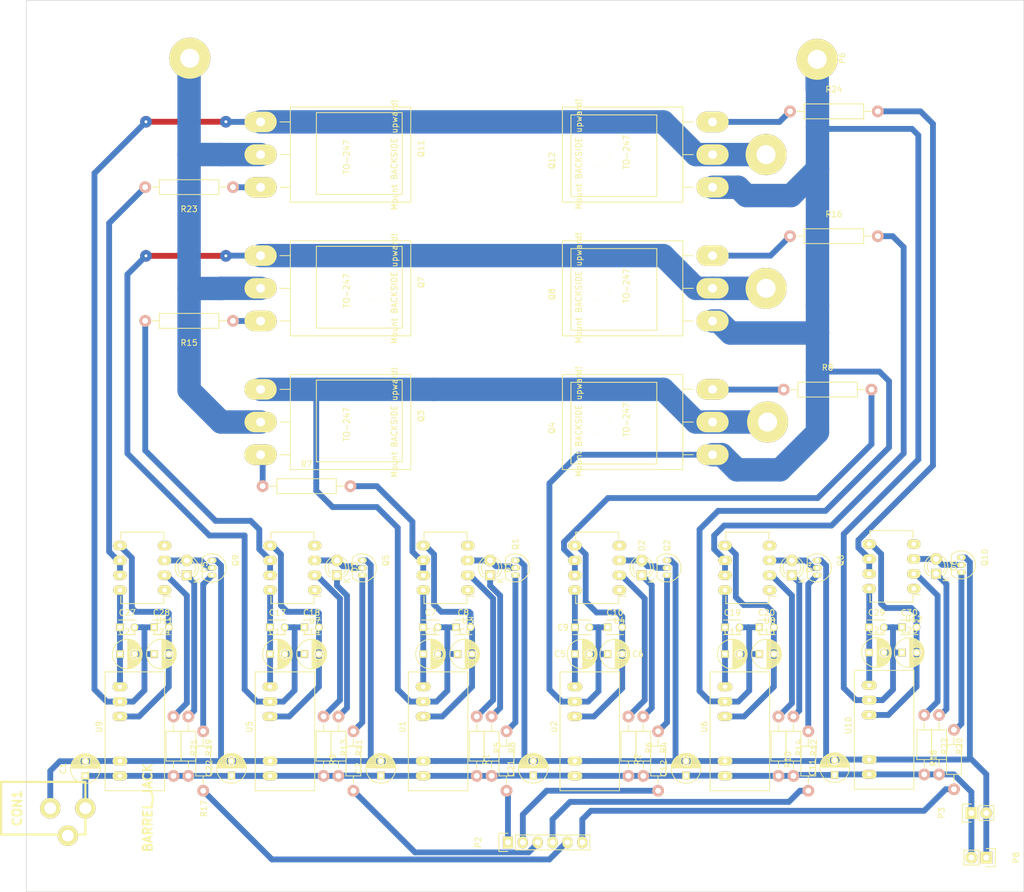
<source format=kicad_pcb>
(kicad_pcb (version 4) (host pcbnew "(2015-07-06 BZR 5891, Git 351914d)-product")
  (layers (0 F.Cu signal) (31 B.Cu signal) (34 B.Paste user) (35 F.Paste user) (36 B.SilkS user) (37 F.SilkS user) (38 B.Mask user) (39 F.Mask user) (44 Edge.Cuts user))
  (net 0 "")
  (net 1 +5V)
  (net 2 GND)
  (net 3 "Net-(C3-Pad1)")
  (net 4 "Net-(C4-Pad2)")
  (net 5 "Net-(C5-Pad1)")
  (net 6 GNDPWR)
  (net 7 "Net-(C10-Pad2)")
  (net 8 "Net-(C13-Pad1)")
  (net 9 "Net-(C14-Pad2)")
  (net 10 "Net-(C15-Pad1)")
  (net 11 "Net-(C16-Pad2)")
  (net 12 "Net-(C23-Pad1)")
  (net 13 "Net-(C24-Pad2)")
  (net 14 "Net-(C25-Pad1)")
  (net 15 "Net-(C26-Pad2)")
  (net 16 "Net-(D1-Pad1)")
  (net 17 "Net-(D1-Pad2)")
  (net 18 "Net-(D2-Pad1)")
  (net 19 "Net-(D2-Pad2)")
  (net 20 "Net-(D3-Pad1)")
  (net 21 "Net-(D3-Pad2)")
  (net 22 "Net-(D4-Pad1)")
  (net 23 "Net-(D4-Pad2)")
  (net 24 "Net-(D5-Pad1)")
  (net 25 "Net-(D5-Pad2)")
  (net 26 "Net-(D6-Pad1)")
  (net 27 "Net-(D6-Pad2)")
  (net 28 /H1)
  (net 29 /L1)
  (net 30 /H2)
  (net 31 /L2)
  (net 32 /H3)
  (net 33 /L3)
  (net 34 HT)
  (net 35 "Net-(Q1-Pad3)")
  (net 36 "Net-(Q2-Pad3)")
  (net 37 "Net-(Q3-Pad1)")
  (net 38 "Net-(Q4-Pad1)")
  (net 39 "Net-(Q5-Pad3)")
  (net 40 "Net-(Q6-Pad3)")
  (net 41 "Net-(Q7-Pad1)")
  (net 42 "Net-(Q8-Pad1)")
  (net 43 "Net-(Q9-Pad3)")
  (net 44 "Net-(Q10-Pad3)")
  (net 45 "Net-(Q11-Pad1)")
  (net 46 "Net-(Q12-Pad1)")
  (net 47 "Net-(R5-Pad1)")
  (net 48 "Net-(R6-Pad1)")
  (net 49 "Net-(R7-Pad2)")
  (net 50 "Net-(R8-Pad2)")
  (net 51 "Net-(R13-Pad1)")
  (net 52 "Net-(R14-Pad1)")
  (net 53 "Net-(R15-Pad2)")
  (net 54 "Net-(R16-Pad2)")
  (net 55 "Net-(R21-Pad1)")
  (net 56 "Net-(R22-Pad1)")
  (net 57 "Net-(R23-Pad2)")
  (net 58 "Net-(R24-Pad2)")
  (net 59 /PHA)
  (net 60 /PHB)
  (net 61 /PHC)
  (module Resistors_ThroughHole:Resistor_Horizontal_RM15mm (layer F.Cu) (at 173.99 83.82)
    (fp_text reference R8 (at 0 -3.74904) (layer F.SilkS))
    (fp_text value 20)
    (pad 1 thru_hole circle (at -7.5 0) (size 1.99898 1.99898) (drill 1.00076) (layers *.Cu *.SilkS *.Mask) (net 38 "Net-(Q4-Pad1)"))
    (pad 2 thru_hole circle (at 7.5 0) (size 1.99898 1.99898) (drill 1.00076) (layers *.Cu *.SilkS *.Mask) (net 50 "Net-(R8-Pad2)"))
  )
  (module "3phfoot:7-Module_(5leads)_MJ" (layer F.Cu) (at 53.086 139.7 90)
    (fp_text reference U9 (at -1.778 -3.556 90) (layer F.SilkS))
    (fp_text value MGJ2D051509SC)
    (pad 1 thru_hole oval (at -10.16 0 90) (size 1.524 2.54) (drill 0.762) (layers *.Cu *.Mask F.SilkS) (net 1 +5V))
    (pad 2 thru_hole oval (at -7.62 0 90) (size 1.524 2.54) (drill 0.762) (layers *.Cu *.Mask F.SilkS) (net 2 GND))
    (pad 5 thru_hole oval (at 0 0 90) (size 1.524 2.54) (drill 0.762) (layers *.Cu *.Mask F.SilkS) (net 13 "Net-(C24-Pad2)"))
    (pad 6 thru_hole oval (at 2.54 0 90) (size 1.524 2.54) (drill 0.762) (layers *.Cu *.Mask F.SilkS) (net 61 /PHC))
    (pad 7 thru_hole oval (at 5.08 0 90) (size 1.524 2.54) (drill 0.762) (layers *.Cu *.Mask F.SilkS) (net 12 "Net-(C23-Pad1)"))
  )
  (module Resistors_ThroughHole:Resistor_Horizontal_RM10mm (layer F.Cu) (at 67.31 147.32 90)
    (fp_text reference R17 (at -8.128 0.127 90) (layer F.SilkS))
    (fp_text value 1k)
    (pad 1 thru_hole circle (at -5.08 0 90) (size 1.99898 1.99898) (drill 1.00076) (layers *.Cu *.SilkS *.Mask) (net 32 /H3))
    (pad 2 thru_hole circle (at 5.08 0 90) (size 1.99898 1.99898) (drill 1.00076) (layers *.Cu *.SilkS *.Mask) (net 43 "Net-(Q9-Pad3)"))
  )
  (module Resistors_ThroughHole:Resistor_Horizontal_RM10mm (layer F.Cu) (at 64.77 144.78 270)
    (fp_text reference R19 (at 0.24892 -3.50012 270) (layer F.SilkS))
    (fp_text value 330)
    (pad 1 thru_hole circle (at -5.08 0 270) (size 1.99898 1.99898) (drill 1.00076) (layers *.Cu *.SilkS *.Mask) (net 24 "Net-(D5-Pad1)"))
    (pad 2 thru_hole circle (at 5.08 0 270) (size 1.99898 1.99898) (drill 1.00076) (layers *.Cu *.SilkS *.Mask) (net 1 +5V))
  )
  (module Resistors_ThroughHole:Resistor_Horizontal_RM10mm (layer F.Cu) (at 62.23 144.78 270)
    (fp_text reference R21 (at 0.24892 -3.50012 270) (layer F.SilkS))
    (fp_text value 330)
    (pad 1 thru_hole circle (at -5.08 0 270) (size 1.99898 1.99898) (drill 1.00076) (layers *.Cu *.SilkS *.Mask) (net 55 "Net-(R21-Pad1)"))
    (pad 2 thru_hole circle (at 5.08 0 270) (size 1.99898 1.99898) (drill 1.00076) (layers *.Cu *.SilkS *.Mask) (net 1 +5V))
  )
  (module Capacitors_ThroughHole:C_Radial_D5_L6_P2.5 (layer F.Cu) (at 53.086 129.032)
    (fp_text reference C23 (at 1.25 -3.8) (layer F.SilkS))
    (fp_text value 2.2uF)
    (pad 1 thru_hole rect (at 0 0) (size 1.3 1.3) (drill 0.8) (layers *.Cu *.Mask F.SilkS) (net 12 "Net-(C23-Pad1)"))
    (pad 2 thru_hole circle (at 2.5 0) (size 1.3 1.3) (drill 0.8) (layers *.Cu *.Mask F.SilkS) (net 61 /PHC))
  )
  (module LEDs:LED-3MM (layer F.Cu) (at 64.516 115.57 90)
    (fp_text reference D5 (at 1.4 3 90) (layer F.SilkS))
    (fp_text value sw_ind)
    (fp_text user K (at -0.9 1.7 90) (layer F.SilkS))
    (pad 1 thru_hole rect (at 0 0 180) (size 1.69926 1.69926) (drill 1.00076) (layers *.Cu *.Mask F.SilkS) (net 24 "Net-(D5-Pad1)"))
    (pad 2 thru_hole circle (at 2.54 0 90) (size 1.99898 1.99898) (drill 1.00076) (layers *.Cu *.Mask F.SilkS) (net 25 "Net-(D5-Pad2)"))
  )
  (module Capacitors_ThroughHole:C_Disc_D3_P2.5 (layer F.Cu) (at 53.086 124.46)
    (fp_text reference C27 (at 1.25 -2.5) (layer F.SilkS))
    (fp_text value 1nF)
    (pad 1 thru_hole rect (at 0 0) (size 1.3 1.3) (drill 0.8) (layers *.Cu *.Mask F.SilkS) (net 12 "Net-(C23-Pad1)"))
    (pad 2 thru_hole circle (at 2.5 0) (size 1.3 1.3) (drill 0.8001) (layers *.Cu *.Mask F.SilkS) (net 61 /PHC))
  )
  (module Capacitors_ThroughHole:C_Radial_D5_L6_P2.5 (layer F.Cu) (at 58.928 129.032)
    (fp_text reference C24 (at 1.25 -3.8) (layer F.SilkS))
    (fp_text value 2.2uF)
    (pad 1 thru_hole rect (at 0 0) (size 1.3 1.3) (drill 0.8) (layers *.Cu *.Mask F.SilkS) (net 61 /PHC))
    (pad 2 thru_hole circle (at 2.5 0) (size 1.3 1.3) (drill 0.8) (layers *.Cu *.Mask F.SilkS) (net 13 "Net-(C24-Pad2)"))
  )
  (module Capacitors_ThroughHole:C_Disc_D3_P2.5 (layer F.Cu) (at 58.928 124.46)
    (fp_text reference C28 (at 1.25 -2.5) (layer F.SilkS))
    (fp_text value 1nF)
    (pad 1 thru_hole rect (at 0 0) (size 1.3 1.3) (drill 0.8) (layers *.Cu *.Mask F.SilkS) (net 61 /PHC))
    (pad 2 thru_hole circle (at 2.5 0) (size 1.3 1.3) (drill 0.8001) (layers *.Cu *.Mask F.SilkS) (net 13 "Net-(C24-Pad2)"))
  )
  (module Housings_TO-92:TO-92_Inline_Narrow_Oval (layer F.Cu) (at 68.834 113.03 270)
    (fp_text reference Q9 (at 0 -4 270) (layer F.SilkS))
    (fp_text value NTE172A)
    (pad 2 thru_hole oval (at 1.27 0 90) (size 0.89916 1.50114) (drill 0.6) (layers *.Cu *.Mask F.SilkS) (net 25 "Net-(D5-Pad2)"))
    (pad 3 thru_hole oval (at 2.54 0 90) (size 0.89916 1.50114) (drill 0.6) (layers *.Cu *.Mask F.SilkS) (net 43 "Net-(Q9-Pad3)"))
    (pad 1 thru_hole oval (at 0 0 90) (size 0.89916 1.50114) (drill 0.6) (layers *.Cu *.Mask F.SilkS) (net 2 GND))
  )
  (module Housings_DIP:DIP-8_W7.62mm_LongPads (layer F.Cu) (at 60.706 118.11 180)
    (fp_text reference U11 (at 0 -5.22 180) (layer F.SilkS))
    (fp_text value TLP250)
    (pad 1 thru_hole oval (at 0 0 180) (size 2.3 1.6) (drill 0.8) (layers *.Cu *.Mask F.SilkS))
    (pad 2 thru_hole oval (at 0 2.54 180) (size 2.3 1.6) (drill 0.8) (layers *.Cu *.Mask F.SilkS) (net 55 "Net-(R21-Pad1)"))
    (pad 3 thru_hole oval (at 0 5.08 180) (size 2.3 1.6) (drill 0.8) (layers *.Cu *.Mask F.SilkS) (net 25 "Net-(D5-Pad2)"))
    (pad 4 thru_hole oval (at 0 7.62 180) (size 2.3 1.6) (drill 0.8) (layers *.Cu *.Mask F.SilkS))
    (pad 5 thru_hole oval (at 7.62 7.62 180) (size 2.3 1.6) (drill 0.8) (layers *.Cu *.Mask F.SilkS) (net 13 "Net-(C24-Pad2)"))
    (pad 6 thru_hole oval (at 7.62 5.08 180) (size 2.3 1.6) (drill 0.8) (layers *.Cu *.Mask F.SilkS) (net 57 "Net-(R23-Pad2)"))
    (pad 7 thru_hole oval (at 7.62 2.54 180) (size 2.3 1.6) (drill 0.8) (layers *.Cu *.Mask F.SilkS) (net 57 "Net-(R23-Pad2)"))
    (pad 8 thru_hole oval (at 7.62 0 180) (size 2.3 1.6) (drill 0.8) (layers *.Cu *.Mask F.SilkS) (net 12 "Net-(C23-Pad1)"))
  )
  (module "3phfoot:7-Module_(5leads)_MJ" (layer F.Cu) (at 156.464 139.7 90)
    (fp_text reference U6 (at -1.778 -3.556 90) (layer F.SilkS))
    (fp_text value MGJ2D051509SC)
    (pad 1 thru_hole oval (at -10.16 0 90) (size 1.524 2.54) (drill 0.762) (layers *.Cu *.Mask F.SilkS) (net 1 +5V))
    (pad 2 thru_hole oval (at -7.62 0 90) (size 1.524 2.54) (drill 0.762) (layers *.Cu *.Mask F.SilkS) (net 2 GND))
    (pad 5 thru_hole oval (at 0 0 90) (size 1.524 2.54) (drill 0.762) (layers *.Cu *.Mask F.SilkS) (net 11 "Net-(C16-Pad2)"))
    (pad 6 thru_hole oval (at 2.54 0 90) (size 1.524 2.54) (drill 0.762) (layers *.Cu *.Mask F.SilkS) (net 6 GNDPWR))
    (pad 7 thru_hole oval (at 5.08 0 90) (size 1.524 2.54) (drill 0.762) (layers *.Cu *.Mask F.SilkS) (net 10 "Net-(C15-Pad1)"))
  )
  (module Capacitors_ThroughHole:C_Disc_D3_P2.5 (layer F.Cu) (at 186.69 124.46)
    (fp_text reference C30 (at 1.25 -2.5) (layer F.SilkS))
    (fp_text value 1nF)
    (pad 1 thru_hole rect (at 0 0) (size 1.3 1.3) (drill 0.8) (layers *.Cu *.Mask F.SilkS) (net 6 GNDPWR))
    (pad 2 thru_hole circle (at 2.5 0) (size 1.3 1.3) (drill 0.8001) (layers *.Cu *.Mask F.SilkS) (net 15 "Net-(C26-Pad2)"))
  )
  (module Resistors_ThroughHole:Resistor_Horizontal_RM10mm (layer F.Cu) (at 195.58 147.066 90)
    (fp_text reference R18 (at 0.24892 -3.50012 90) (layer F.SilkS))
    (fp_text value 1k)
    (pad 1 thru_hole circle (at -5.08 0 90) (size 1.99898 1.99898) (drill 1.00076) (layers *.Cu *.SilkS *.Mask) (net 33 /L3))
    (pad 2 thru_hole circle (at 5.08 0 90) (size 1.99898 1.99898) (drill 1.00076) (layers *.Cu *.SilkS *.Mask) (net 44 "Net-(Q10-Pad3)"))
  )
  (module Capacitors_ThroughHole:C_Disc_D3_P2.5 (layer F.Cu) (at 181.102 124.46)
    (fp_text reference C29 (at 1.25 -2.5) (layer F.SilkS))
    (fp_text value 1nF)
    (pad 1 thru_hole rect (at 0 0) (size 1.3 1.3) (drill 0.8) (layers *.Cu *.Mask F.SilkS) (net 14 "Net-(C25-Pad1)"))
    (pad 2 thru_hole circle (at 2.5 0) (size 1.3 1.3) (drill 0.8001) (layers *.Cu *.Mask F.SilkS) (net 6 GNDPWR))
  )
  (module Capacitors_ThroughHole:C_Radial_D5_L6_P2.5 (layer F.Cu) (at 186.69 128.778)
    (fp_text reference C26 (at 1.25 -3.8) (layer F.SilkS))
    (fp_text value 2.2uF)
    (pad 1 thru_hole rect (at 0 0) (size 1.3 1.3) (drill 0.8) (layers *.Cu *.Mask F.SilkS) (net 6 GNDPWR))
    (pad 2 thru_hole circle (at 2.5 0) (size 1.3 1.3) (drill 0.8) (layers *.Cu *.Mask F.SilkS) (net 15 "Net-(C26-Pad2)"))
  )
  (module Housings_DIP:DIP-8_W7.62mm_LongPads (layer F.Cu) (at 188.722 117.856 180)
    (fp_text reference U12 (at 0 -5.22 180) (layer F.SilkS))
    (fp_text value TLP250)
    (pad 1 thru_hole oval (at 0 0 180) (size 2.3 1.6) (drill 0.8) (layers *.Cu *.Mask F.SilkS))
    (pad 2 thru_hole oval (at 0 2.54 180) (size 2.3 1.6) (drill 0.8) (layers *.Cu *.Mask F.SilkS) (net 56 "Net-(R22-Pad1)"))
    (pad 3 thru_hole oval (at 0 5.08 180) (size 2.3 1.6) (drill 0.8) (layers *.Cu *.Mask F.SilkS) (net 27 "Net-(D6-Pad2)"))
    (pad 4 thru_hole oval (at 0 7.62 180) (size 2.3 1.6) (drill 0.8) (layers *.Cu *.Mask F.SilkS))
    (pad 5 thru_hole oval (at 7.62 7.62 180) (size 2.3 1.6) (drill 0.8) (layers *.Cu *.Mask F.SilkS) (net 15 "Net-(C26-Pad2)"))
    (pad 6 thru_hole oval (at 7.62 5.08 180) (size 2.3 1.6) (drill 0.8) (layers *.Cu *.Mask F.SilkS) (net 58 "Net-(R24-Pad2)"))
    (pad 7 thru_hole oval (at 7.62 2.54 180) (size 2.3 1.6) (drill 0.8) (layers *.Cu *.Mask F.SilkS) (net 58 "Net-(R24-Pad2)"))
    (pad 8 thru_hole oval (at 7.62 0 180) (size 2.3 1.6) (drill 0.8) (layers *.Cu *.Mask F.SilkS) (net 14 "Net-(C25-Pad1)"))
  )
  (module "3phfoot:7-Module_(5leads)_MJ" (layer F.Cu) (at 130.81 139.7 90)
    (fp_text reference U2 (at -1.778 -3.556 90) (layer F.SilkS))
    (fp_text value MGJ2D051509SC)
    (pad 1 thru_hole oval (at -10.16 0 90) (size 1.524 2.54) (drill 0.762) (layers *.Cu *.Mask F.SilkS) (net 1 +5V))
    (pad 2 thru_hole oval (at -7.62 0 90) (size 1.524 2.54) (drill 0.762) (layers *.Cu *.Mask F.SilkS) (net 2 GND))
    (pad 5 thru_hole oval (at 0 0 90) (size 1.524 2.54) (drill 0.762) (layers *.Cu *.Mask F.SilkS) (net 7 "Net-(C10-Pad2)"))
    (pad 6 thru_hole oval (at 2.54 0 90) (size 1.524 2.54) (drill 0.762) (layers *.Cu *.Mask F.SilkS) (net 6 GNDPWR))
    (pad 7 thru_hole oval (at 5.08 0 90) (size 1.524 2.54) (drill 0.762) (layers *.Cu *.Mask F.SilkS) (net 5 "Net-(C5-Pad1)"))
  )
  (module Transistors_TO-247:TO-247_Horizontal_Neutral123_Reverse_largePads (layer F.Cu) (at 77.1144 66.5099 270)
    (fp_text reference Q7 (at -1.016 -27.432 270) (layer F.SilkS))
    (fp_text value Q_NMOS_GDS)
    (fp_text user "Mount BACKSIDE upward!" (at 0.0635 -22.86 270) (layer F.SilkS))
    (fp_text user TO-247 (at 0.4064 -14.7066 270) (layer F.SilkS))
    (pad 2 thru_hole oval (at 0 0) (size 5.50164 3.49758) (drill 1.50114) (layers *.Cu *.Mask F.SilkS) (net 34 HT))
    (pad 3 thru_hole oval (at -5.588 0) (size 5.50164 3.50012) (drill 1.50114) (layers *.Cu *.Mask F.SilkS) (net 60 /PHB))
    (pad 1 thru_hole oval (at 5.588 0) (size 5.50164 3.50012) (drill 1.50114) (layers *.Cu *.Mask F.SilkS) (net 41 "Net-(Q7-Pad1)"))
    (pad "" np_thru_hole circle (at 0 -19.558 270) (size 4.0005 4.0005) (drill 4.0005) (layers *.Cu *.Mask F.SilkS))
  )
  (module Transistors_TO-247:TO-247_Horizontal_Neutral123_Reverse_largePads (layer F.Cu) (at 154.3304 89.3699 90)
    (fp_text reference Q4 (at -1.016 -27.432 90) (layer F.SilkS))
    (fp_text value Q_NMOS_GDS)
    (fp_text user "Mount BACKSIDE upward!" (at 0.0635 -22.86 90) (layer F.SilkS))
    (fp_text user TO-247 (at 0.4064 -14.7066 90) (layer F.SilkS))
    (pad 2 thru_hole oval (at 0 0 180) (size 5.50164 3.49758) (drill 1.50114) (layers *.Cu *.Mask F.SilkS) (net 59 /PHA))
    (pad 3 thru_hole oval (at -5.588 0 180) (size 5.50164 3.50012) (drill 1.50114) (layers *.Cu *.Mask F.SilkS) (net 6 GNDPWR))
    (pad 1 thru_hole oval (at 5.588 0 180) (size 5.50164 3.50012) (drill 1.50114) (layers *.Cu *.Mask F.SilkS) (net 38 "Net-(Q4-Pad1)"))
    (pad "" np_thru_hole circle (at 0 -19.558 90) (size 4.0005 4.0005) (drill 4.0005) (layers *.Cu *.Mask F.SilkS))
  )
  (module Capacitors_ThroughHole:C_Radial_D5_L6_P2.5 (layer F.Cu) (at 47.1805 149.86 90)
    (fp_text reference C1 (at 1.25 -3.8 90) (layer F.SilkS))
    (fp_text value 4.7uF)
    (pad 1 thru_hole rect (at 0 0 90) (size 1.3 1.3) (drill 0.8) (layers *.Cu *.Mask F.SilkS) (net 1 +5V))
    (pad 2 thru_hole circle (at 2.5 0 90) (size 1.3 1.3) (drill 0.8) (layers *.Cu *.Mask F.SilkS) (net 2 GND))
  )
  (module Capacitors_ThroughHole:C_Radial_D5_L6_P2.5 (layer F.Cu) (at 97.663 149.82 90)
    (fp_text reference C2 (at 1.25 -3.8 90) (layer F.SilkS))
    (fp_text value 4.7uF)
    (pad 1 thru_hole rect (at 0 0 90) (size 1.3 1.3) (drill 0.8) (layers *.Cu *.Mask F.SilkS) (net 1 +5V))
    (pad 2 thru_hole circle (at 2.5 0 90) (size 1.3 1.3) (drill 0.8) (layers *.Cu *.Mask F.SilkS) (net 2 GND))
  )
  (module Capacitors_ThroughHole:C_Radial_D5_L6_P2.5 (layer F.Cu) (at 104.902 129.032)
    (fp_text reference C3 (at 1.25 -3.8) (layer F.SilkS))
    (fp_text value 2.2uF)
    (pad 1 thru_hole rect (at 0 0) (size 1.3 1.3) (drill 0.8) (layers *.Cu *.Mask F.SilkS) (net 3 "Net-(C3-Pad1)"))
    (pad 2 thru_hole circle (at 2.5 0) (size 1.3 1.3) (drill 0.8) (layers *.Cu *.Mask F.SilkS) (net 59 /PHA))
  )
  (module Capacitors_ThroughHole:C_Radial_D5_L6_P2.5 (layer F.Cu) (at 110.744 129.032)
    (fp_text reference C4 (at 1.25 -3.8) (layer F.SilkS))
    (fp_text value 2.2uF)
    (pad 1 thru_hole rect (at 0 0) (size 1.3 1.3) (drill 0.8) (layers *.Cu *.Mask F.SilkS) (net 59 /PHA))
    (pad 2 thru_hole circle (at 2.5 0) (size 1.3 1.3) (drill 0.8) (layers *.Cu *.Mask F.SilkS) (net 4 "Net-(C4-Pad2)"))
  )
  (module Capacitors_ThroughHole:C_Radial_D5_L6_P2.5 (layer F.Cu) (at 130.81 129.032)
    (fp_text reference C5 (at -2.54 0) (layer F.SilkS))
    (fp_text value 2.2uF)
    (pad 1 thru_hole rect (at 0 0) (size 1.3 1.3) (drill 0.8) (layers *.Cu *.Mask F.SilkS) (net 5 "Net-(C5-Pad1)"))
    (pad 2 thru_hole circle (at 2.5 0) (size 1.3 1.3) (drill 0.8) (layers *.Cu *.Mask F.SilkS) (net 6 GNDPWR))
  )
  (module Capacitors_ThroughHole:C_Radial_D5_L6_P2.5 (layer F.Cu) (at 136.398 129.032)
    (fp_text reference C6 (at 5.1816 0) (layer F.SilkS))
    (fp_text value 2.2uF)
    (pad 1 thru_hole rect (at 0 0) (size 1.3 1.3) (drill 0.8) (layers *.Cu *.Mask F.SilkS) (net 6 GNDPWR))
    (pad 2 thru_hole circle (at 2.5 0) (size 1.3 1.3) (drill 0.8) (layers *.Cu *.Mask F.SilkS) (net 7 "Net-(C10-Pad2)"))
  )
  (module Capacitors_ThroughHole:C_Disc_D3_P2.5 (layer F.Cu) (at 104.902 124.46)
    (fp_text reference C7 (at 1.25 -2.5) (layer F.SilkS))
    (fp_text value 1nF)
    (pad 1 thru_hole rect (at 0 0) (size 1.3 1.3) (drill 0.8) (layers *.Cu *.Mask F.SilkS) (net 3 "Net-(C3-Pad1)"))
    (pad 2 thru_hole circle (at 2.5 0) (size 1.3 1.3) (drill 0.8001) (layers *.Cu *.Mask F.SilkS) (net 59 /PHA))
  )
  (module Capacitors_ThroughHole:C_Disc_D3_P2.5 (layer F.Cu) (at 110.49 124.46)
    (fp_text reference C8 (at 1.25 -2.5) (layer F.SilkS))
    (fp_text value 1nF)
    (pad 1 thru_hole rect (at 0 0) (size 1.3 1.3) (drill 0.8) (layers *.Cu *.Mask F.SilkS) (net 59 /PHA))
    (pad 2 thru_hole circle (at 2.5 0) (size 1.3 1.3) (drill 0.8001) (layers *.Cu *.Mask F.SilkS) (net 4 "Net-(C4-Pad2)"))
  )
  (module Capacitors_ThroughHole:C_Disc_D3_P2.5 (layer F.Cu) (at 130.81 124.46)
    (fp_text reference C9 (at -2.032 0) (layer F.SilkS))
    (fp_text value 1nF)
    (pad 1 thru_hole rect (at 0 0) (size 1.3 1.3) (drill 0.8) (layers *.Cu *.Mask F.SilkS) (net 5 "Net-(C5-Pad1)"))
    (pad 2 thru_hole circle (at 2.5 0) (size 1.3 1.3) (drill 0.8001) (layers *.Cu *.Mask F.SilkS) (net 6 GNDPWR))
  )
  (module Capacitors_ThroughHole:C_Disc_D3_P2.5 (layer F.Cu) (at 136.398 124.46)
    (fp_text reference C10 (at 1.25 -2.5) (layer F.SilkS))
    (fp_text value 1nF)
    (pad 1 thru_hole rect (at 0 0) (size 1.3 1.3) (drill 0.8) (layers *.Cu *.Mask F.SilkS) (net 6 GNDPWR))
    (pad 2 thru_hole circle (at 2.5 0) (size 1.3 1.3) (drill 0.8001) (layers *.Cu *.Mask F.SilkS) (net 7 "Net-(C10-Pad2)"))
  )
  (module Capacitors_ThroughHole:C_Radial_D5_L6_P2.5 (layer F.Cu) (at 175.1965 149.693 90)
    (fp_text reference C11 (at 1.25 -3.8 90) (layer F.SilkS))
    (fp_text value 4.7uF)
    (pad 1 thru_hole rect (at 0 0 90) (size 1.3 1.3) (drill 0.8) (layers *.Cu *.Mask F.SilkS) (net 1 +5V))
    (pad 2 thru_hole circle (at 2.5 0 90) (size 1.3 1.3) (drill 0.8) (layers *.Cu *.Mask F.SilkS) (net 2 GND))
  )
  (module Capacitors_ThroughHole:C_Radial_D5_L6_P2.5 (layer F.Cu) (at 149.7965 149.82 90)
    (fp_text reference C12 (at 1.25 -3.8 90) (layer F.SilkS))
    (fp_text value 4.7uF)
    (pad 1 thru_hole rect (at 0 0 90) (size 1.3 1.3) (drill 0.8) (layers *.Cu *.Mask F.SilkS) (net 1 +5V))
    (pad 2 thru_hole circle (at 2.5 0 90) (size 1.3 1.3) (drill 0.8) (layers *.Cu *.Mask F.SilkS) (net 2 GND))
  )
  (module Capacitors_ThroughHole:C_Radial_D5_L6_P2.5 (layer F.Cu) (at 78.74 129.032)
    (fp_text reference C13 (at 1.25 -3.8) (layer F.SilkS))
    (fp_text value 2.2uF)
    (pad 1 thru_hole rect (at 0 0) (size 1.3 1.3) (drill 0.8) (layers *.Cu *.Mask F.SilkS) (net 8 "Net-(C13-Pad1)"))
    (pad 2 thru_hole circle (at 2.5 0) (size 1.3 1.3) (drill 0.8) (layers *.Cu *.Mask F.SilkS) (net 60 /PHB))
  )
  (module Capacitors_ThroughHole:C_Radial_D5_L6_P2.5 (layer F.Cu) (at 84.582 129.032)
    (fp_text reference C14 (at 1.25 -3.8) (layer F.SilkS))
    (fp_text value 2.2uF)
    (pad 1 thru_hole rect (at 0 0) (size 1.3 1.3) (drill 0.8) (layers *.Cu *.Mask F.SilkS) (net 60 /PHB))
    (pad 2 thru_hole circle (at 2.5 0) (size 1.3 1.3) (drill 0.8) (layers *.Cu *.Mask F.SilkS) (net 9 "Net-(C14-Pad2)"))
  )
  (module Capacitors_ThroughHole:C_Radial_D5_L6_P2.5 (layer F.Cu) (at 156.464 129.032)
    (fp_text reference C15 (at 1.25 -3.8) (layer F.SilkS))
    (fp_text value 2.2uF)
    (pad 1 thru_hole rect (at 0 0) (size 1.3 1.3) (drill 0.8) (layers *.Cu *.Mask F.SilkS) (net 10 "Net-(C15-Pad1)"))
    (pad 2 thru_hole circle (at 2.5 0) (size 1.3 1.3) (drill 0.8) (layers *.Cu *.Mask F.SilkS) (net 6 GNDPWR))
  )
  (module Capacitors_ThroughHole:C_Radial_D5_L6_P2.5 (layer F.Cu) (at 162.306 129.032)
    (fp_text reference C16 (at 1.25 -3.8) (layer F.SilkS))
    (fp_text value 2.2uF)
    (pad 1 thru_hole rect (at 0 0) (size 1.3 1.3) (drill 0.8) (layers *.Cu *.Mask F.SilkS) (net 6 GNDPWR))
    (pad 2 thru_hole circle (at 2.5 0) (size 1.3 1.3) (drill 0.8) (layers *.Cu *.Mask F.SilkS) (net 11 "Net-(C16-Pad2)"))
  )
  (module Capacitors_ThroughHole:C_Disc_D3_P2.5 (layer F.Cu) (at 78.74 124.46)
    (fp_text reference C17 (at 1.25 -2.5) (layer F.SilkS))
    (fp_text value 1nF)
    (pad 1 thru_hole rect (at 0 0) (size 1.3 1.3) (drill 0.8) (layers *.Cu *.Mask F.SilkS) (net 8 "Net-(C13-Pad1)"))
    (pad 2 thru_hole circle (at 2.5 0) (size 1.3 1.3) (drill 0.8001) (layers *.Cu *.Mask F.SilkS) (net 60 /PHB))
  )
  (module Capacitors_ThroughHole:C_Disc_D3_P2.5 (layer F.Cu) (at 84.582 124.46)
    (fp_text reference C18 (at 1.25 -2.5) (layer F.SilkS))
    (fp_text value 1nF)
    (pad 1 thru_hole rect (at 0 0) (size 1.3 1.3) (drill 0.8) (layers *.Cu *.Mask F.SilkS) (net 60 /PHB))
    (pad 2 thru_hole circle (at 2.5 0) (size 1.3 1.3) (drill 0.8001) (layers *.Cu *.Mask F.SilkS) (net 9 "Net-(C14-Pad2)"))
  )
  (module Capacitors_ThroughHole:C_Disc_D3_P2.5 (layer F.Cu) (at 156.464 124.46)
    (fp_text reference C19 (at 1.25 -2.5) (layer F.SilkS))
    (fp_text value 1nF)
    (pad 1 thru_hole rect (at 0 0) (size 1.3 1.3) (drill 0.8) (layers *.Cu *.Mask F.SilkS) (net 10 "Net-(C15-Pad1)"))
    (pad 2 thru_hole circle (at 2.5 0) (size 1.3 1.3) (drill 0.8001) (layers *.Cu *.Mask F.SilkS) (net 6 GNDPWR))
  )
  (module Capacitors_ThroughHole:C_Disc_D3_P2.5 (layer F.Cu) (at 162.306 124.46)
    (fp_text reference C20 (at 1.25 -2.5) (layer F.SilkS))
    (fp_text value 1nF)
    (pad 1 thru_hole rect (at 0 0) (size 1.3 1.3) (drill 0.8) (layers *.Cu *.Mask F.SilkS) (net 6 GNDPWR))
    (pad 2 thru_hole circle (at 2.5 0) (size 1.3 1.3) (drill 0.8001) (layers *.Cu *.Mask F.SilkS) (net 11 "Net-(C16-Pad2)"))
  )
  (module Capacitors_ThroughHole:C_Radial_D5_L6_P2.5 (layer F.Cu) (at 123.698 149.82 90)
    (fp_text reference C21 (at 1.25 -3.8 90) (layer F.SilkS))
    (fp_text value 4.7uF)
    (pad 1 thru_hole rect (at 0 0 90) (size 1.3 1.3) (drill 0.8) (layers *.Cu *.Mask F.SilkS) (net 1 +5V))
    (pad 2 thru_hole circle (at 2.5 0 90) (size 1.3 1.3) (drill 0.8) (layers *.Cu *.Mask F.SilkS) (net 2 GND))
  )
  (module Capacitors_ThroughHole:C_Radial_D5_L6_P2.5 (layer F.Cu) (at 72.136 149.82 90)
    (fp_text reference C22 (at 1.25 -3.8 90) (layer F.SilkS))
    (fp_text value 4.7uF)
    (pad 1 thru_hole rect (at 0 0 90) (size 1.3 1.3) (drill 0.8) (layers *.Cu *.Mask F.SilkS) (net 1 +5V))
    (pad 2 thru_hole circle (at 2.5 0 90) (size 1.3 1.3) (drill 0.8) (layers *.Cu *.Mask F.SilkS) (net 2 GND))
  )
  (module Capacitors_ThroughHole:C_Radial_D5_L6_P2.5 (layer F.Cu) (at 181.102 128.778)
    (fp_text reference C25 (at 1.25 -3.8) (layer F.SilkS))
    (fp_text value 2.2uF)
    (pad 1 thru_hole rect (at 0 0) (size 1.3 1.3) (drill 0.8) (layers *.Cu *.Mask F.SilkS) (net 14 "Net-(C25-Pad1)"))
    (pad 2 thru_hole circle (at 2.5 0) (size 1.3 1.3) (drill 0.8) (layers *.Cu *.Mask F.SilkS) (net 6 GNDPWR))
  )
  (module LEDs:LED-3MM (layer F.Cu) (at 116.332 115.57 90)
    (fp_text reference D1 (at 1.4 3 90) (layer F.SilkS))
    (fp_text value sw_ind)
    (fp_text user K (at -0.9 1.7 90) (layer F.SilkS))
    (pad 1 thru_hole rect (at 0 0 180) (size 1.69926 1.69926) (drill 1.00076) (layers *.Cu *.Mask F.SilkS) (net 16 "Net-(D1-Pad1)"))
    (pad 2 thru_hole circle (at 2.54 0 90) (size 1.99898 1.99898) (drill 1.00076) (layers *.Cu *.Mask F.SilkS) (net 17 "Net-(D1-Pad2)"))
  )
  (module LEDs:LED-3MM (layer F.Cu) (at 142.24 115.57 90)
    (fp_text reference D2 (at 5.08 0 90) (layer F.SilkS))
    (fp_text value sw_ind)
    (fp_text user K (at -0.9 1.7 90) (layer F.SilkS))
    (pad 1 thru_hole rect (at 0 0 180) (size 1.69926 1.69926) (drill 1.00076) (layers *.Cu *.Mask F.SilkS) (net 18 "Net-(D2-Pad1)"))
    (pad 2 thru_hole circle (at 2.54 0 90) (size 1.99898 1.99898) (drill 1.00076) (layers *.Cu *.Mask F.SilkS) (net 19 "Net-(D2-Pad2)"))
  )
  (module LEDs:LED-3MM (layer F.Cu) (at 90.17 115.57 90)
    (fp_text reference D3 (at 1.4 3 90) (layer F.SilkS))
    (fp_text value sw_ind)
    (fp_text user K (at -0.9 1.7 90) (layer F.SilkS))
    (pad 1 thru_hole rect (at 0 0 180) (size 1.69926 1.69926) (drill 1.00076) (layers *.Cu *.Mask F.SilkS) (net 20 "Net-(D3-Pad1)"))
    (pad 2 thru_hole circle (at 2.54 0 90) (size 1.99898 1.99898) (drill 1.00076) (layers *.Cu *.Mask F.SilkS) (net 21 "Net-(D3-Pad2)"))
  )
  (module LEDs:LED-3MM (layer F.Cu) (at 167.894 115.57 90)
    (fp_text reference D4 (at 1.4 3 90) (layer F.SilkS))
    (fp_text value sw_ind)
    (fp_text user K (at -0.9 1.7 90) (layer F.SilkS))
    (pad 1 thru_hole rect (at 0 0 180) (size 1.69926 1.69926) (drill 1.00076) (layers *.Cu *.Mask F.SilkS) (net 22 "Net-(D4-Pad1)"))
    (pad 2 thru_hole circle (at 2.54 0 90) (size 1.99898 1.99898) (drill 1.00076) (layers *.Cu *.Mask F.SilkS) (net 23 "Net-(D4-Pad2)"))
  )
  (module LEDs:LED-3MM (layer F.Cu) (at 192.532 115.316 90)
    (fp_text reference D6 (at 1.4 3 90) (layer F.SilkS))
    (fp_text value sw_ind)
    (fp_text user K (at -0.9 1.7 90) (layer F.SilkS))
    (pad 1 thru_hole rect (at 0 0 180) (size 1.69926 1.69926) (drill 1.00076) (layers *.Cu *.Mask F.SilkS) (net 26 "Net-(D6-Pad1)"))
    (pad 2 thru_hole circle (at 2.54 0 90) (size 1.99898 1.99898) (drill 1.00076) (layers *.Cu *.Mask F.SilkS) (net 27 "Net-(D6-Pad2)"))
  )
  (module Pin_Headers:Pin_Header_Straight_1x06 (layer F.Cu) (at 119.38 161.2265 90)
    (fp_text reference P2 (at 0 -5.1 90) (layer F.SilkS))
    (fp_text value CONN_01X06)
    (pad 1 thru_hole rect (at 0 0 90) (size 2.032 1.7272) (drill 1.016) (layers *.Cu *.Mask F.SilkS) (net 28 /H1))
    (pad 2 thru_hole oval (at 0 2.54 90) (size 2.032 1.7272) (drill 1.016) (layers *.Cu *.Mask F.SilkS) (net 29 /L1))
    (pad 3 thru_hole oval (at 0 5.08 90) (size 2.032 1.7272) (drill 1.016) (layers *.Cu *.Mask F.SilkS) (net 30 /H2))
    (pad 4 thru_hole oval (at 0 7.62 90) (size 2.032 1.7272) (drill 1.016) (layers *.Cu *.Mask F.SilkS) (net 31 /L2))
    (pad 5 thru_hole oval (at 0 10.16 90) (size 2.032 1.7272) (drill 1.016) (layers *.Cu *.Mask F.SilkS) (net 32 /H3))
    (pad 6 thru_hole oval (at 0 12.7 90) (size 2.032 1.7272) (drill 1.016) (layers *.Cu *.Mask F.SilkS) (net 33 /L3))
  )
  (module Pin_Headers:Pin_Header_Straight_1x02 (layer F.Cu) (at 198.5645 156.21 90)
    (fp_text reference P3 (at 0 -5.1 90) (layer F.SilkS))
    (fp_text value CONN_01X02)
    (pad 1 thru_hole rect (at 0 0 90) (size 2.032 2.032) (drill 1.016) (layers *.Cu *.Mask F.SilkS) (net 1 +5V))
    (pad 2 thru_hole oval (at 0 2.54 90) (size 2.032 2.032) (drill 1.016) (layers *.Cu *.Mask F.SilkS) (net 2 GND))
  )
  (module Housings_TO-92:TO-92_Inline_Narrow_Oval (layer F.Cu) (at 120.65 113.03 270)
    (fp_text reference Q1 (at -2.794 0 270) (layer F.SilkS))
    (fp_text value NTE172A)
    (pad 2 thru_hole oval (at 1.27 0 90) (size 0.89916 1.50114) (drill 0.6) (layers *.Cu *.Mask F.SilkS) (net 17 "Net-(D1-Pad2)"))
    (pad 3 thru_hole oval (at 2.54 0 90) (size 0.89916 1.50114) (drill 0.6) (layers *.Cu *.Mask F.SilkS) (net 35 "Net-(Q1-Pad3)"))
    (pad 1 thru_hole oval (at 0 0 90) (size 0.89916 1.50114) (drill 0.6) (layers *.Cu *.Mask F.SilkS) (net 2 GND))
  )
  (module Housings_TO-92:TO-92_Inline_Narrow_Oval (layer F.Cu) (at 146.558 113.03 270)
    (fp_text reference Q2 (at -2.54 0 270) (layer F.SilkS))
    (fp_text value NTE172A)
    (pad 2 thru_hole oval (at 1.27 0 90) (size 0.89916 1.50114) (drill 0.6) (layers *.Cu *.Mask F.SilkS) (net 19 "Net-(D2-Pad2)"))
    (pad 3 thru_hole oval (at 2.54 0 90) (size 0.89916 1.50114) (drill 0.6) (layers *.Cu *.Mask F.SilkS) (net 36 "Net-(Q2-Pad3)"))
    (pad 1 thru_hole oval (at 0 0 90) (size 0.89916 1.50114) (drill 0.6) (layers *.Cu *.Mask F.SilkS) (net 2 GND))
  )
  (module Housings_TO-92:TO-92_Inline_Narrow_Oval (layer F.Cu) (at 94.488 113.03 270)
    (fp_text reference Q5 (at 0 -4 270) (layer F.SilkS))
    (fp_text value NTE172A)
    (pad 2 thru_hole oval (at 1.27 0 90) (size 0.89916 1.50114) (drill 0.6) (layers *.Cu *.Mask F.SilkS) (net 21 "Net-(D3-Pad2)"))
    (pad 3 thru_hole oval (at 2.54 0 90) (size 0.89916 1.50114) (drill 0.6) (layers *.Cu *.Mask F.SilkS) (net 39 "Net-(Q5-Pad3)"))
    (pad 1 thru_hole oval (at 0 0 90) (size 0.89916 1.50114) (drill 0.6) (layers *.Cu *.Mask F.SilkS) (net 2 GND))
  )
  (module Housings_TO-92:TO-92_Inline_Narrow_Oval (layer F.Cu) (at 172.212 113.03 270)
    (fp_text reference Q6 (at 0 -4 270) (layer F.SilkS))
    (fp_text value NTE172A)
    (pad 2 thru_hole oval (at 1.27 0 90) (size 0.89916 1.50114) (drill 0.6) (layers *.Cu *.Mask F.SilkS) (net 23 "Net-(D4-Pad2)"))
    (pad 3 thru_hole oval (at 2.54 0 90) (size 0.89916 1.50114) (drill 0.6) (layers *.Cu *.Mask F.SilkS) (net 40 "Net-(Q6-Pad3)"))
    (pad 1 thru_hole oval (at 0 0 90) (size 0.89916 1.50114) (drill 0.6) (layers *.Cu *.Mask F.SilkS) (net 2 GND))
  )
  (module Housings_TO-92:TO-92_Inline_Narrow_Oval (layer F.Cu) (at 196.85 112.522 270)
    (fp_text reference Q10 (at 0 -4 270) (layer F.SilkS))
    (fp_text value NTE172A)
    (pad 2 thru_hole oval (at 1.27 0 90) (size 0.89916 1.50114) (drill 0.6) (layers *.Cu *.Mask F.SilkS) (net 27 "Net-(D6-Pad2)"))
    (pad 3 thru_hole oval (at 2.54 0 90) (size 0.89916 1.50114) (drill 0.6) (layers *.Cu *.Mask F.SilkS) (net 44 "Net-(Q10-Pad3)"))
    (pad 1 thru_hole oval (at 0 0 90) (size 0.89916 1.50114) (drill 0.6) (layers *.Cu *.Mask F.SilkS) (net 2 GND))
  )
  (module Resistors_ThroughHole:Resistor_Horizontal_RM10mm (layer F.Cu) (at 119.126 147.32 90)
    (fp_text reference R1 (at 0.24892 -3.50012 90) (layer F.SilkS))
    (fp_text value 1k)
    (pad 1 thru_hole circle (at -5.08 0 90) (size 1.99898 1.99898) (drill 1.00076) (layers *.Cu *.SilkS *.Mask) (net 28 /H1))
    (pad 2 thru_hole circle (at 5.08 0 90) (size 1.99898 1.99898) (drill 1.00076) (layers *.Cu *.SilkS *.Mask) (net 35 "Net-(Q1-Pad3)"))
  )
  (module Resistors_ThroughHole:Resistor_Horizontal_RM10mm (layer F.Cu) (at 145.034 147.32 90)
    (fp_text reference R2 (at 0.24892 -3.50012 90) (layer F.SilkS))
    (fp_text value 1k)
    (pad 1 thru_hole circle (at -5.08 0 90) (size 1.99898 1.99898) (drill 1.00076) (layers *.Cu *.SilkS *.Mask) (net 29 /L1))
    (pad 2 thru_hole circle (at 5.08 0 90) (size 1.99898 1.99898) (drill 1.00076) (layers *.Cu *.SilkS *.Mask) (net 36 "Net-(Q2-Pad3)"))
  )
  (module Resistors_ThroughHole:Resistor_Horizontal_RM10mm (layer F.Cu) (at 116.586 144.78 270)
    (fp_text reference R3 (at 0.24892 -3.50012 270) (layer F.SilkS))
    (fp_text value 330)
    (pad 1 thru_hole circle (at -5.08 0 270) (size 1.99898 1.99898) (drill 1.00076) (layers *.Cu *.SilkS *.Mask) (net 16 "Net-(D1-Pad1)"))
    (pad 2 thru_hole circle (at 5.08 0 270) (size 1.99898 1.99898) (drill 1.00076) (layers *.Cu *.SilkS *.Mask) (net 1 +5V))
  )
  (module Resistors_ThroughHole:Resistor_Horizontal_RM10mm (layer F.Cu) (at 142.494 144.78 270)
    (fp_text reference R4 (at 0.24892 -3.50012 270) (layer F.SilkS))
    (fp_text value 330)
    (pad 1 thru_hole circle (at -5.08 0 270) (size 1.99898 1.99898) (drill 1.00076) (layers *.Cu *.SilkS *.Mask) (net 18 "Net-(D2-Pad1)"))
    (pad 2 thru_hole circle (at 5.08 0 270) (size 1.99898 1.99898) (drill 1.00076) (layers *.Cu *.SilkS *.Mask) (net 1 +5V))
  )
  (module Resistors_ThroughHole:Resistor_Horizontal_RM10mm (layer F.Cu) (at 114.046 144.78 270)
    (fp_text reference R5 (at 0.24892 -3.50012 270) (layer F.SilkS))
    (fp_text value 330)
    (pad 1 thru_hole circle (at -5.08 0 270) (size 1.99898 1.99898) (drill 1.00076) (layers *.Cu *.SilkS *.Mask) (net 47 "Net-(R5-Pad1)"))
    (pad 2 thru_hole circle (at 5.08 0 270) (size 1.99898 1.99898) (drill 1.00076) (layers *.Cu *.SilkS *.Mask) (net 1 +5V))
  )
  (module Resistors_ThroughHole:Resistor_Horizontal_RM10mm (layer F.Cu) (at 139.954 144.78 270)
    (fp_text reference R6 (at 0.24892 -3.50012 270) (layer F.SilkS))
    (fp_text value 330)
    (pad 1 thru_hole circle (at -5.08 0 270) (size 1.99898 1.99898) (drill 1.00076) (layers *.Cu *.SilkS *.Mask) (net 48 "Net-(R6-Pad1)"))
    (pad 2 thru_hole circle (at 5.08 0 270) (size 1.99898 1.99898) (drill 1.00076) (layers *.Cu *.SilkS *.Mask) (net 1 +5V))
  )
  (module Resistors_ThroughHole:Resistor_Horizontal_RM15mm (layer F.Cu) (at 84.97 100.33)
    (fp_text reference R7 (at 0 -3.74904) (layer F.SilkS))
    (fp_text value 20)
    (pad 1 thru_hole circle (at -7.5 0) (size 1.99898 1.99898) (drill 1.00076) (layers *.Cu *.SilkS *.Mask) (net 37 "Net-(Q3-Pad1)"))
    (pad 2 thru_hole circle (at 7.5 0) (size 1.99898 1.99898) (drill 1.00076) (layers *.Cu *.SilkS *.Mask) (net 49 "Net-(R7-Pad2)"))
  )
  (module Resistors_ThroughHole:Resistor_Horizontal_RM10mm (layer F.Cu) (at 92.964 147.32 90)
    (fp_text reference R9 (at 0.24892 -3.50012 90) (layer F.SilkS))
    (fp_text value 1k)
    (pad 1 thru_hole circle (at -5.08 0 90) (size 1.99898 1.99898) (drill 1.00076) (layers *.Cu *.SilkS *.Mask) (net 30 /H2))
    (pad 2 thru_hole circle (at 5.08 0 90) (size 1.99898 1.99898) (drill 1.00076) (layers *.Cu *.SilkS *.Mask) (net 39 "Net-(Q5-Pad3)"))
  )
  (module Resistors_ThroughHole:Resistor_Horizontal_RM10mm (layer F.Cu) (at 170.688 147.32 90)
    (fp_text reference R10 (at 0.24892 -3.50012 90) (layer F.SilkS))
    (fp_text value 1k)
    (pad 1 thru_hole circle (at -5.08 0 90) (size 1.99898 1.99898) (drill 1.00076) (layers *.Cu *.SilkS *.Mask) (net 31 /L2))
    (pad 2 thru_hole circle (at 5.08 0 90) (size 1.99898 1.99898) (drill 1.00076) (layers *.Cu *.SilkS *.Mask) (net 40 "Net-(Q6-Pad3)"))
  )
  (module Resistors_ThroughHole:Resistor_Horizontal_RM10mm (layer F.Cu) (at 90.424 144.78 270)
    (fp_text reference R11 (at 0.24892 -3.50012 270) (layer F.SilkS))
    (fp_text value 330)
    (pad 1 thru_hole circle (at -5.08 0 270) (size 1.99898 1.99898) (drill 1.00076) (layers *.Cu *.SilkS *.Mask) (net 20 "Net-(D3-Pad1)"))
    (pad 2 thru_hole circle (at 5.08 0 270) (size 1.99898 1.99898) (drill 1.00076) (layers *.Cu *.SilkS *.Mask) (net 1 +5V))
  )
  (module Resistors_ThroughHole:Resistor_Horizontal_RM10mm (layer F.Cu) (at 168.148 144.78 270)
    (fp_text reference R12 (at 0.24892 -3.50012 270) (layer F.SilkS))
    (fp_text value 330)
    (pad 1 thru_hole circle (at -5.08 0 270) (size 1.99898 1.99898) (drill 1.00076) (layers *.Cu *.SilkS *.Mask) (net 22 "Net-(D4-Pad1)"))
    (pad 2 thru_hole circle (at 5.08 0 270) (size 1.99898 1.99898) (drill 1.00076) (layers *.Cu *.SilkS *.Mask) (net 1 +5V))
  )
  (module Resistors_ThroughHole:Resistor_Horizontal_RM10mm (layer F.Cu) (at 87.884 144.78 270)
    (fp_text reference R13 (at 0.24892 -3.50012 270) (layer F.SilkS))
    (fp_text value 330)
    (pad 1 thru_hole circle (at -5.08 0 270) (size 1.99898 1.99898) (drill 1.00076) (layers *.Cu *.SilkS *.Mask) (net 51 "Net-(R13-Pad1)"))
    (pad 2 thru_hole circle (at 5.08 0 270) (size 1.99898 1.99898) (drill 1.00076) (layers *.Cu *.SilkS *.Mask) (net 1 +5V))
  )
  (module Resistors_ThroughHole:Resistor_Horizontal_RM10mm (layer F.Cu) (at 165.608 144.78 270)
    (fp_text reference R14 (at 0.24892 -3.50012 270) (layer F.SilkS))
    (fp_text value 330)
    (pad 1 thru_hole circle (at -5.08 0 270) (size 1.99898 1.99898) (drill 1.00076) (layers *.Cu *.SilkS *.Mask) (net 52 "Net-(R14-Pad1)"))
    (pad 2 thru_hole circle (at 5.08 0 270) (size 1.99898 1.99898) (drill 1.00076) (layers *.Cu *.SilkS *.Mask) (net 1 +5V))
  )
  (module Resistors_ThroughHole:Resistor_Horizontal_RM15mm (layer F.Cu) (at 64.897 72.0725 180)
    (fp_text reference R15 (at 0 -3.74904 180) (layer F.SilkS))
    (fp_text value 20)
    (pad 1 thru_hole circle (at -7.5 0 180) (size 1.99898 1.99898) (drill 1.00076) (layers *.Cu *.SilkS *.Mask) (net 41 "Net-(Q7-Pad1)"))
    (pad 2 thru_hole circle (at 7.5 0 180) (size 1.99898 1.99898) (drill 1.00076) (layers *.Cu *.SilkS *.Mask) (net 53 "Net-(R15-Pad2)"))
  )
  (module Resistors_ThroughHole:Resistor_Horizontal_RM15mm (layer F.Cu) (at 175.0695 57.5945)
    (fp_text reference R16 (at 0 -3.74904) (layer F.SilkS))
    (fp_text value 20)
    (pad 1 thru_hole circle (at -7.5 0) (size 1.99898 1.99898) (drill 1.00076) (layers *.Cu *.SilkS *.Mask) (net 42 "Net-(Q8-Pad1)"))
    (pad 2 thru_hole circle (at 7.5 0) (size 1.99898 1.99898) (drill 1.00076) (layers *.Cu *.SilkS *.Mask) (net 54 "Net-(R16-Pad2)"))
  )
  (module Resistors_ThroughHole:Resistor_Horizontal_RM10mm (layer F.Cu) (at 193.04 144.526 270)
    (fp_text reference R20 (at 0.24892 -3.50012 270) (layer F.SilkS))
    (fp_text value 330)
    (pad 1 thru_hole circle (at -5.08 0 270) (size 1.99898 1.99898) (drill 1.00076) (layers *.Cu *.SilkS *.Mask) (net 26 "Net-(D6-Pad1)"))
    (pad 2 thru_hole circle (at 5.08 0 270) (size 1.99898 1.99898) (drill 1.00076) (layers *.Cu *.SilkS *.Mask) (net 1 +5V))
  )
  (module Resistors_ThroughHole:Resistor_Horizontal_RM10mm (layer F.Cu) (at 190.5 144.526 270)
    (fp_text reference R22 (at 0.24892 -3.50012 270) (layer F.SilkS))
    (fp_text value 330)
    (pad 1 thru_hole circle (at -5.08 0 270) (size 1.99898 1.99898) (drill 1.00076) (layers *.Cu *.SilkS *.Mask) (net 56 "Net-(R22-Pad1)"))
    (pad 2 thru_hole circle (at 5.08 0 270) (size 1.99898 1.99898) (drill 1.00076) (layers *.Cu *.SilkS *.Mask) (net 1 +5V))
  )
  (module Resistors_ThroughHole:Resistor_Horizontal_RM15mm (layer F.Cu) (at 64.897 49.2125 180)
    (fp_text reference R23 (at 0 -3.74904 180) (layer F.SilkS))
    (fp_text value 20)
    (pad 1 thru_hole circle (at -7.5 0 180) (size 1.99898 1.99898) (drill 1.00076) (layers *.Cu *.SilkS *.Mask) (net 45 "Net-(Q11-Pad1)"))
    (pad 2 thru_hole circle (at 7.5 0 180) (size 1.99898 1.99898) (drill 1.00076) (layers *.Cu *.SilkS *.Mask) (net 57 "Net-(R23-Pad2)"))
  )
  (module Resistors_ThroughHole:Resistor_Horizontal_RM15mm (layer F.Cu) (at 175.0695 36.2585)
    (fp_text reference R24 (at 0 -3.74904) (layer F.SilkS))
    (fp_text value 20)
    (pad 1 thru_hole circle (at -7.5 0) (size 1.99898 1.99898) (drill 1.00076) (layers *.Cu *.SilkS *.Mask) (net 46 "Net-(Q12-Pad1)"))
    (pad 2 thru_hole circle (at 7.5 0) (size 1.99898 1.99898) (drill 1.00076) (layers *.Cu *.SilkS *.Mask) (net 58 "Net-(R24-Pad2)"))
  )
  (module "3phfoot:7-Module_(5leads)_MJ" (layer F.Cu) (at 104.902 139.7 90)
    (fp_text reference U1 (at -1.778 -3.556 90) (layer F.SilkS))
    (fp_text value MGJ2D051509SC)
    (pad 1 thru_hole oval (at -10.16 0 90) (size 1.524 2.54) (drill 0.762) (layers *.Cu *.Mask F.SilkS) (net 1 +5V))
    (pad 2 thru_hole oval (at -7.62 0 90) (size 1.524 2.54) (drill 0.762) (layers *.Cu *.Mask F.SilkS) (net 2 GND))
    (pad 5 thru_hole oval (at 0 0 90) (size 1.524 2.54) (drill 0.762) (layers *.Cu *.Mask F.SilkS) (net 4 "Net-(C4-Pad2)"))
    (pad 6 thru_hole oval (at 2.54 0 90) (size 1.524 2.54) (drill 0.762) (layers *.Cu *.Mask F.SilkS) (net 59 /PHA))
    (pad 7 thru_hole oval (at 5.08 0 90) (size 1.524 2.54) (drill 0.762) (layers *.Cu *.Mask F.SilkS) (net 3 "Net-(C3-Pad1)"))
  )
  (module Housings_DIP:DIP-8_W7.62mm_LongPads (layer F.Cu) (at 112.522 118.11 180)
    (fp_text reference U3 (at 0 -5.22 180) (layer F.SilkS))
    (fp_text value TLP250)
    (pad 1 thru_hole oval (at 0 0 180) (size 2.3 1.6) (drill 0.8) (layers *.Cu *.Mask F.SilkS))
    (pad 2 thru_hole oval (at 0 2.54 180) (size 2.3 1.6) (drill 0.8) (layers *.Cu *.Mask F.SilkS) (net 47 "Net-(R5-Pad1)"))
    (pad 3 thru_hole oval (at 0 5.08 180) (size 2.3 1.6) (drill 0.8) (layers *.Cu *.Mask F.SilkS) (net 17 "Net-(D1-Pad2)"))
    (pad 4 thru_hole oval (at 0 7.62 180) (size 2.3 1.6) (drill 0.8) (layers *.Cu *.Mask F.SilkS))
    (pad 5 thru_hole oval (at 7.62 7.62 180) (size 2.3 1.6) (drill 0.8) (layers *.Cu *.Mask F.SilkS) (net 4 "Net-(C4-Pad2)"))
    (pad 6 thru_hole oval (at 7.62 5.08 180) (size 2.3 1.6) (drill 0.8) (layers *.Cu *.Mask F.SilkS) (net 49 "Net-(R7-Pad2)"))
    (pad 7 thru_hole oval (at 7.62 2.54 180) (size 2.3 1.6) (drill 0.8) (layers *.Cu *.Mask F.SilkS) (net 49 "Net-(R7-Pad2)"))
    (pad 8 thru_hole oval (at 7.62 0 180) (size 2.3 1.6) (drill 0.8) (layers *.Cu *.Mask F.SilkS) (net 3 "Net-(C3-Pad1)"))
  )
  (module Housings_DIP:DIP-8_W7.62mm_LongPads (layer F.Cu) (at 138.43 118.11 180)
    (fp_text reference U4 (at 0 -5.22 180) (layer F.SilkS))
    (fp_text value TLP250)
    (pad 1 thru_hole oval (at 0 0 180) (size 2.3 1.6) (drill 0.8) (layers *.Cu *.Mask F.SilkS))
    (pad 2 thru_hole oval (at 0 2.54 180) (size 2.3 1.6) (drill 0.8) (layers *.Cu *.Mask F.SilkS) (net 48 "Net-(R6-Pad1)"))
    (pad 3 thru_hole oval (at 0 5.08 180) (size 2.3 1.6) (drill 0.8) (layers *.Cu *.Mask F.SilkS) (net 19 "Net-(D2-Pad2)"))
    (pad 4 thru_hole oval (at 0 7.62 180) (size 2.3 1.6) (drill 0.8) (layers *.Cu *.Mask F.SilkS))
    (pad 5 thru_hole oval (at 7.62 7.62 180) (size 2.3 1.6) (drill 0.8) (layers *.Cu *.Mask F.SilkS) (net 7 "Net-(C10-Pad2)"))
    (pad 6 thru_hole oval (at 7.62 5.08 180) (size 2.3 1.6) (drill 0.8) (layers *.Cu *.Mask F.SilkS) (net 50 "Net-(R8-Pad2)"))
    (pad 7 thru_hole oval (at 7.62 2.54 180) (size 2.3 1.6) (drill 0.8) (layers *.Cu *.Mask F.SilkS) (net 50 "Net-(R8-Pad2)"))
    (pad 8 thru_hole oval (at 7.62 0 180) (size 2.3 1.6) (drill 0.8) (layers *.Cu *.Mask F.SilkS) (net 5 "Net-(C5-Pad1)"))
  )
  (module "3phfoot:7-Module_(5leads)_MJ" (layer F.Cu) (at 78.74 139.7 90)
    (fp_text reference U5 (at -1.778 -3.556 90) (layer F.SilkS))
    (fp_text value MGJ2D051509SC)
    (pad 1 thru_hole oval (at -10.16 0 90) (size 1.524 2.54) (drill 0.762) (layers *.Cu *.Mask F.SilkS) (net 1 +5V))
    (pad 2 thru_hole oval (at -7.62 0 90) (size 1.524 2.54) (drill 0.762) (layers *.Cu *.Mask F.SilkS) (net 2 GND))
    (pad 5 thru_hole oval (at 0 0 90) (size 1.524 2.54) (drill 0.762) (layers *.Cu *.Mask F.SilkS) (net 9 "Net-(C14-Pad2)"))
    (pad 6 thru_hole oval (at 2.54 0 90) (size 1.524 2.54) (drill 0.762) (layers *.Cu *.Mask F.SilkS) (net 60 /PHB))
    (pad 7 thru_hole oval (at 5.08 0 90) (size 1.524 2.54) (drill 0.762) (layers *.Cu *.Mask F.SilkS) (net 8 "Net-(C13-Pad1)"))
  )
  (module Housings_DIP:DIP-8_W7.62mm_LongPads (layer F.Cu) (at 86.36 118.11 180)
    (fp_text reference U7 (at 0 -5.22 180) (layer F.SilkS))
    (fp_text value TLP250)
    (pad 1 thru_hole oval (at 0 0 180) (size 2.3 1.6) (drill 0.8) (layers *.Cu *.Mask F.SilkS))
    (pad 2 thru_hole oval (at 0 2.54 180) (size 2.3 1.6) (drill 0.8) (layers *.Cu *.Mask F.SilkS) (net 51 "Net-(R13-Pad1)"))
    (pad 3 thru_hole oval (at 0 5.08 180) (size 2.3 1.6) (drill 0.8) (layers *.Cu *.Mask F.SilkS) (net 21 "Net-(D3-Pad2)"))
    (pad 4 thru_hole oval (at 0 7.62 180) (size 2.3 1.6) (drill 0.8) (layers *.Cu *.Mask F.SilkS))
    (pad 5 thru_hole oval (at 7.62 7.62 180) (size 2.3 1.6) (drill 0.8) (layers *.Cu *.Mask F.SilkS) (net 9 "Net-(C14-Pad2)"))
    (pad 6 thru_hole oval (at 7.62 5.08 180) (size 2.3 1.6) (drill 0.8) (layers *.Cu *.Mask F.SilkS) (net 53 "Net-(R15-Pad2)"))
    (pad 7 thru_hole oval (at 7.62 2.54 180) (size 2.3 1.6) (drill 0.8) (layers *.Cu *.Mask F.SilkS) (net 53 "Net-(R15-Pad2)"))
    (pad 8 thru_hole oval (at 7.62 0 180) (size 2.3 1.6) (drill 0.8) (layers *.Cu *.Mask F.SilkS) (net 8 "Net-(C13-Pad1)"))
  )
  (module Housings_DIP:DIP-8_W7.62mm_LongPads (layer F.Cu) (at 164.084 118.11 180)
    (fp_text reference U8 (at 0 -5.22 180) (layer F.SilkS))
    (fp_text value TLP250 hide)
    (pad 1 thru_hole oval (at 0 0 180) (size 2.3 1.6) (drill 0.8) (layers *.Cu *.Mask F.SilkS))
    (pad 2 thru_hole oval (at 0 2.54 180) (size 2.3 1.6) (drill 0.8) (layers *.Cu *.Mask F.SilkS) (net 52 "Net-(R14-Pad1)"))
    (pad 3 thru_hole oval (at 0 5.08 180) (size 2.3 1.6) (drill 0.8) (layers *.Cu *.Mask F.SilkS) (net 23 "Net-(D4-Pad2)"))
    (pad 4 thru_hole oval (at 0 7.62 180) (size 2.3 1.6) (drill 0.8) (layers *.Cu *.Mask F.SilkS))
    (pad 5 thru_hole oval (at 7.62 7.62 180) (size 2.3 1.6) (drill 0.8) (layers *.Cu *.Mask F.SilkS) (net 11 "Net-(C16-Pad2)"))
    (pad 6 thru_hole oval (at 7.62 5.08 180) (size 2.3 1.6) (drill 0.8) (layers *.Cu *.Mask F.SilkS) (net 54 "Net-(R16-Pad2)"))
    (pad 7 thru_hole oval (at 7.62 2.54 180) (size 2.3 1.6) (drill 0.8) (layers *.Cu *.Mask F.SilkS) (net 54 "Net-(R16-Pad2)"))
    (pad 8 thru_hole oval (at 7.62 0 180) (size 2.3 1.6) (drill 0.8) (layers *.Cu *.Mask F.SilkS) (net 10 "Net-(C15-Pad1)"))
  )
  (module "3phfoot:7-Module_(5leads)_MJ" (layer F.Cu) (at 181.102 139.446 90)
    (fp_text reference U10 (at -1.778 -3.556 90) (layer F.SilkS))
    (fp_text value MGJ2D051509SC)
    (pad 1 thru_hole oval (at -10.16 0 90) (size 1.524 2.54) (drill 0.762) (layers *.Cu *.Mask F.SilkS) (net 1 +5V))
    (pad 2 thru_hole oval (at -7.62 0 90) (size 1.524 2.54) (drill 0.762) (layers *.Cu *.Mask F.SilkS) (net 2 GND))
    (pad 5 thru_hole oval (at 0 0 90) (size 1.524 2.54) (drill 0.762) (layers *.Cu *.Mask F.SilkS) (net 15 "Net-(C26-Pad2)"))
    (pad 6 thru_hole oval (at 2.54 0 90) (size 1.524 2.54) (drill 0.762) (layers *.Cu *.Mask F.SilkS) (net 6 GNDPWR))
    (pad 7 thru_hole oval (at 5.08 0 90) (size 1.524 2.54) (drill 0.762) (layers *.Cu *.Mask F.SilkS) (net 14 "Net-(C25-Pad1)"))
  )
  (module Transistors_TO-247:TO-247_Horizontal_Neutral123_Reverse_largePads (layer F.Cu) (at 77.1144 89.3699 270)
    (fp_text reference Q3 (at -1.016 -27.432 270) (layer F.SilkS))
    (fp_text value Q_NMOS_GDS)
    (fp_text user "Mount BACKSIDE upward!" (at 0.0635 -22.86 270) (layer F.SilkS))
    (fp_text user TO-247 (at 0.4064 -14.7066 270) (layer F.SilkS))
    (pad 2 thru_hole oval (at 0 0) (size 5.50164 3.49758) (drill 1.50114) (layers *.Cu *.Mask F.SilkS) (net 34 HT))
    (pad 3 thru_hole oval (at -5.588 0) (size 5.50164 3.50012) (drill 1.50114) (layers *.Cu *.Mask F.SilkS) (net 59 /PHA))
    (pad 1 thru_hole oval (at 5.588 0) (size 5.50164 3.50012) (drill 1.50114) (layers *.Cu *.Mask F.SilkS) (net 37 "Net-(Q3-Pad1)"))
    (pad "" np_thru_hole circle (at 0 -19.558 270) (size 4.0005 4.0005) (drill 4.0005) (layers *.Cu *.Mask F.SilkS))
  )
  (module Transistors_TO-247:TO-247_Horizontal_Neutral123_Reverse_largePads (layer F.Cu) (at 154.3304 66.5099 90)
    (fp_text reference Q8 (at -1.016 -27.432 90) (layer F.SilkS))
    (fp_text value Q_NMOS_GDS)
    (fp_text user "Mount BACKSIDE upward!" (at 0.0635 -22.86 90) (layer F.SilkS))
    (fp_text user TO-247 (at 0.4064 -14.7066 90) (layer F.SilkS))
    (pad 2 thru_hole oval (at 0 0 180) (size 5.50164 3.49758) (drill 1.50114) (layers *.Cu *.Mask F.SilkS) (net 60 /PHB))
    (pad 3 thru_hole oval (at -5.588 0 180) (size 5.50164 3.50012) (drill 1.50114) (layers *.Cu *.Mask F.SilkS) (net 6 GNDPWR))
    (pad 1 thru_hole oval (at 5.588 0 180) (size 5.50164 3.50012) (drill 1.50114) (layers *.Cu *.Mask F.SilkS) (net 42 "Net-(Q8-Pad1)"))
    (pad "" np_thru_hole circle (at 0 -19.558 90) (size 4.0005 4.0005) (drill 4.0005) (layers *.Cu *.Mask F.SilkS))
  )
  (module Transistors_TO-247:TO-247_Horizontal_Neutral123_Reverse_largePads (layer F.Cu) (at 77.1144 43.6499 270)
    (fp_text reference Q11 (at -1.016 -27.432 270) (layer F.SilkS))
    (fp_text value Q_NMOS_GDS)
    (fp_text user "Mount BACKSIDE upward!" (at 0.0635 -22.86 270) (layer F.SilkS))
    (fp_text user TO-247 (at 0.4064 -14.7066 270) (layer F.SilkS))
    (pad 2 thru_hole oval (at 0 0) (size 5.50164 3.49758) (drill 1.50114) (layers *.Cu *.Mask F.SilkS) (net 34 HT))
    (pad 3 thru_hole oval (at -5.588 0) (size 5.50164 3.50012) (drill 1.50114) (layers *.Cu *.Mask F.SilkS) (net 61 /PHC))
    (pad 1 thru_hole oval (at 5.588 0) (size 5.50164 3.50012) (drill 1.50114) (layers *.Cu *.Mask F.SilkS) (net 45 "Net-(Q11-Pad1)"))
    (pad "" np_thru_hole circle (at 0 -19.558 270) (size 4.0005 4.0005) (drill 4.0005) (layers *.Cu *.Mask F.SilkS))
  )
  (module Transistors_TO-247:TO-247_Horizontal_Neutral123_Reverse_largePads (layer F.Cu) (at 154.3304 43.6499 90)
    (fp_text reference Q12 (at -1.016 -27.432 90) (layer F.SilkS))
    (fp_text value Q_NMOS_GDS)
    (fp_text user "Mount BACKSIDE upward!" (at 0.0635 -22.86 90) (layer F.SilkS))
    (fp_text user TO-247 (at 0.4064 -14.7066 90) (layer F.SilkS))
    (pad 2 thru_hole oval (at 0 0 180) (size 5.50164 3.49758) (drill 1.50114) (layers *.Cu *.Mask F.SilkS) (net 61 /PHC))
    (pad 3 thru_hole oval (at -5.588 0 180) (size 5.50164 3.50012) (drill 1.50114) (layers *.Cu *.Mask F.SilkS) (net 6 GNDPWR))
    (pad 1 thru_hole oval (at 5.588 0 180) (size 5.50164 3.50012) (drill 1.50114) (layers *.Cu *.Mask F.SilkS) (net 46 "Net-(Q12-Pad1)"))
    (pad "" np_thru_hole circle (at 0 -19.558 90) (size 4.0005 4.0005) (drill 4.0005) (layers *.Cu *.Mask F.SilkS))
  )
  (module 3phfoot:SolderWirePad_single_3-25mmDrill (layer F.Cu) (at 163.7284 89.3699 90)
    (fp_text reference P1 (at 0 0.5 90) (layer F.SilkS))
    (fp_text value CONN_01X01)
    (pad 1 thru_hole circle (at 0 0 90) (size 7 7) (drill 3.25) (layers *.Cu *.Mask F.SilkS) (net 59 /PHA))
  )
  (module 3phfoot:SolderWirePad_single_3-25mmDrill (layer F.Cu) (at 163.4744 66.5099 90)
    (fp_text reference P4 (at 0 0.5 90) (layer F.SilkS))
    (fp_text value CONN_01X01)
    (pad 1 thru_hole circle (at 0 0 90) (size 7 7) (drill 3.25) (layers *.Cu *.Mask F.SilkS) (net 60 /PHB))
  )
  (module 3phfoot:SolderWirePad_single_3-25mmDrill (layer F.Cu) (at 65.024 27.178 90)
    (fp_text reference P5 (at 0 0.5 90) (layer F.SilkS))
    (fp_text value CONN_01X01)
    (pad 1 thru_hole circle (at 0 0 90) (size 7 7) (drill 3.25) (layers *.Cu *.Mask F.SilkS) (net 34 HT))
  )
  (module 3phfoot:SolderWirePad_single_3-25mmDrill (layer F.Cu) (at 172.212 27.3685 90)
    (fp_text reference P6 (at 0.1905 4.2545 90) (layer F.SilkS))
    (fp_text value CONN_01X01)
    (pad 1 thru_hole circle (at 0 0 90) (size 7 7) (drill 3.25) (layers *.Cu *.Mask F.SilkS) (net 6 GNDPWR))
  )
  (module 3phfoot:SolderWirePad_single_3-25mmDrill (layer F.Cu) (at 163.4744 43.6499 90)
    (fp_text reference P7 (at 0 0.5 90) (layer F.SilkS))
    (fp_text value CONN_01X01)
    (pad 1 thru_hole circle (at 0 0 90) (size 7 7) (drill 3.25) (layers *.Cu *.Mask F.SilkS) (net 61 /PHC))
  )
  (module 3phfoot:Jack_2.1mm_male (layer F.Cu) (at 47.1805 155.3845 270)
    (fp_text reference CON1 (at 0 11.65098 270) (layer F.SilkS) (effects (font (thickness 0.3048))))
    (fp_text value BARREL_JACK (at -0.09906 -10.65022 270) (layer F.SilkS) (effects (font (thickness 0.3048))))
    (pad 1 thru_hole circle (at 0 0 270) (size 3.50012 3.50012) (drill 1.99898) (layers *.Cu *.Mask F.SilkS) (net 1 +5V))
    (pad 2 thru_hole circle (at 0 5.99948 270) (size 3.50012 3.50012) (drill 1.99898) (layers *.Cu *.Mask F.SilkS) (net 2 GND))
    (pad 3 thru_hole circle (at 4.699 2.99974 270) (size 3.50012 3.50012) (drill 1.99898) (layers *.Cu *.Mask F.SilkS))
  )
  (module Pin_Headers:Pin_Header_Straight_1x02 (layer F.Cu) (at 201.1045 163.83 270)
    (fp_text reference P8 (at 0 -5.1 270) (layer F.SilkS))
    (fp_text value CONN_01X02)
    (pad 1 thru_hole rect (at 0 0 270) (size 2.032 2.032) (drill 1.016) (layers *.Cu *.Mask F.SilkS) (net 2 GND))
    (pad 2 thru_hole oval (at 0 2.54 270) (size 2.032 2.032) (drill 1.016) (layers *.Cu *.Mask F.SilkS) (net 1 +5V))
  )
  (gr_line (start 37.084 169.672) (end 207.518 169.672) (layer Edge.Cuts) (width 0.1))
  (gr_line (start 37.084 17.272) (end 207.518 17.272) (layer Edge.Cuts) (width 0.1))
  (gr_line (start 207.518 169.672) (end 207.518 17.272) (layer Edge.Cuts) (width 0.1))
  (gr_line (start 37.084 17.272) (end 37.084 169.672) (layer Edge.Cuts) (width 0.1))
  (segment (start 47.117 149.9235) (end 47.1805 149.86) (width 1) (layer B.Cu) (net 1))
  (segment (start 53.086 149.86) (end 47.1805 149.86) (width 1) (layer B.Cu) (net 1))
  (segment (start 149.7965 149.82) (end 156.424 149.82) (width 1) (layer B.Cu) (net 1))
  (segment (start 156.424 149.82) (end 156.464 149.86) (width 1) (layer B.Cu) (net 1))
  (segment (start 142.494 149.86) (end 149.7565 149.86) (width 1) (layer B.Cu) (net 1))
  (segment (start 149.7565 149.86) (end 149.7965 149.82) (width 1) (layer B.Cu) (net 1))
  (segment (start 123.698 149.82) (end 130.77 149.82) (width 1) (layer B.Cu) (net 1))
  (segment (start 130.77 149.82) (end 130.81 149.86) (width 1) (layer B.Cu) (net 1))
  (segment (start 117.999492 149.86) (end 118.039492 149.82) (width 1) (layer B.Cu) (net 1))
  (segment (start 118.039492 149.82) (end 123.698 149.82) (width 1) (layer B.Cu) (net 1))
  (segment (start 97.663 149.82) (end 90.464 149.82) (width 1) (layer B.Cu) (net 1))
  (segment (start 90.464 149.82) (end 90.424 149.86) (width 1) (layer B.Cu) (net 1))
  (segment (start 78.74 149.86) (end 72.176 149.86) (width 1) (layer B.Cu) (net 1))
  (segment (start 72.176 149.86) (end 72.136 149.82) (width 1) (layer B.Cu) (net 1))
  (segment (start 175.1965 149.693) (end 168.315 149.693) (width 1) (layer B.Cu) (net 1))
  (segment (start 168.315 149.693) (end 168.148 149.86) (width 1) (layer B.Cu) (net 1))
  (segment (start 181.102 149.606) (end 175.2835 149.606) (width 1) (layer B.Cu) (net 1))
  (segment (start 175.2835 149.606) (end 175.1965 149.693) (width 1) (layer B.Cu) (net 1))
  (segment (start 180.848 149.86) (end 181.102 149.606) (width 1) (layer B.Cu) (net 1))
  (segment (start 165.608 149.86) (end 168.148 149.86) (width 1) (layer B.Cu) (net 1))
  (segment (start 156.464 149.86) (end 165.608 149.86) (width 1) (layer B.Cu) (net 1))
  (segment (start 139.954 149.86) (end 142.494 149.86) (width 1) (layer B.Cu) (net 1))
  (segment (start 130.81 149.86) (end 139.954 149.86) (width 1) (layer B.Cu) (net 1))
  (segment (start 116.586 149.86) (end 117.999492 149.86) (width 1) (layer B.Cu) (net 1))
  (segment (start 114.046 149.86) (end 116.586 149.86) (width 1) (layer B.Cu) (net 1))
  (segment (start 104.902 149.86) (end 114.046 149.86) (width 1) (layer B.Cu) (net 1))
  (segment (start 90.424 149.86) (end 91.837492 149.86) (width 1) (layer B.Cu) (net 1))
  (segment (start 91.837492 149.86) (end 104.902 149.86) (width 1) (layer B.Cu) (net 1))
  (segment (start 87.884 149.86) (end 90.424 149.86) (width 1) (layer B.Cu) (net 1))
  (segment (start 78.74 149.86) (end 87.884 149.86) (width 1) (layer B.Cu) (net 1))
  (segment (start 64.77 149.86) (end 78.74 149.86) (width 1) (layer B.Cu) (net 1))
  (segment (start 62.23 149.86) (end 64.77 149.86) (width 1) (layer B.Cu) (net 1))
  (segment (start 53.086 149.86) (end 62.23 149.86) (width 1) (layer B.Cu) (net 1))
  (segment (start 181.102 149.606) (end 190.5 149.606) (width 1) (layer B.Cu) (net 1))
  (segment (start 190.5 149.606) (end 193.294 149.606) (width 1) (layer B.Cu) (net 1))
  (segment (start 47.1805 149.86) (end 47.1805 155.3845) (width 1) (layer B.Cu) (net 1))
  (segment (start 198.5645 154.194) (end 198.5645 156.21) (width 1) (layer B.Cu) (net 1))
  (segment (start 198.5645 152.615252) (end 198.5645 154.194) (width 1) (layer B.Cu) (net 1))
  (segment (start 195.555248 149.606) (end 198.5645 152.615252) (width 1) (layer B.Cu) (net 1))
  (segment (start 193.04 149.606) (end 195.555248 149.606) (width 1) (layer B.Cu) (net 1))
  (segment (start 198.5645 156.21) (end 198.5645 163.83) (width 1) (layer B.Cu) (net 1))
  (segment (start 47.157 147.3835) (end 47.1805 147.36) (width 1) (layer B.Cu) (net 2))
  (segment (start 53.086 147.32) (end 47.2205 147.32) (width 1) (layer B.Cu) (net 2))
  (segment (start 47.2205 147.32) (end 47.1805 147.36) (width 1) (layer B.Cu) (net 2))
  (segment (start 149.7965 147.32) (end 156.464 147.32) (width 1) (layer B.Cu) (net 2))
  (segment (start 148.00858 147.13942) (end 148.18916 147.32) (width 1) (layer B.Cu) (net 2))
  (segment (start 148.18916 147.32) (end 149.7965 147.32) (width 1) (layer B.Cu) (net 2))
  (segment (start 122.188926 147.32) (end 130.81 147.32) (width 1) (layer B.Cu) (net 2))
  (segment (start 122.188926 147.32) (end 123.698 147.32) (width 1) (layer B.Cu) (net 2))
  (segment (start 97.663 147.32) (end 96.266 147.32) (width 1) (layer B.Cu) (net 2))
  (segment (start 72.136 147.32) (end 70.358 147.32) (width 1) (layer B.Cu) (net 2))
  (segment (start 181.102 147.066) (end 175.3235 147.066) (width 1) (layer B.Cu) (net 2))
  (segment (start 175.3235 147.066) (end 175.1965 147.193) (width 1) (layer B.Cu) (net 2))
  (segment (start 173.736 113.897245) (end 173.736 146.848767) (width 1) (layer B.Cu) (net 2))
  (segment (start 173.736 146.848767) (end 173.736 147.32) (width 1) (layer B.Cu) (net 2))
  (segment (start 175.1965 147.193) (end 174.080233 147.193) (width 1) (layer B.Cu) (net 2))
  (segment (start 174.080233 147.193) (end 173.736 146.848767) (width 1) (layer B.Cu) (net 2))
  (segment (start 107.172 147.32) (end 122.188926 147.32) (width 1) (layer B.Cu) (net 2))
  (segment (start 120.65 113.03) (end 121.306755 113.03) (width 1) (layer B.Cu) (net 2))
  (segment (start 122.188926 113.912171) (end 122.188926 147.32) (width 1) (layer B.Cu) (net 2))
  (segment (start 121.306755 113.03) (end 122.188926 113.912171) (width 1) (layer B.Cu) (net 2))
  (segment (start 173.99 147.066) (end 173.736 147.32) (width 1) (layer B.Cu) (net 2))
  (segment (start 104.902 147.32) (end 107.172 147.32) (width 1) (layer B.Cu) (net 2))
  (segment (start 96.266 147.32) (end 104.902 147.32) (width 1) (layer B.Cu) (net 2))
  (segment (start 70.358 147.32) (end 78.74 147.32) (width 1) (layer B.Cu) (net 2))
  (segment (start 198.30058 146.774238) (end 198.008818 147.066) (width 1) (layer B.Cu) (net 2))
  (segment (start 198.30058 113.315825) (end 198.30058 146.774238) (width 1) (layer B.Cu) (net 2))
  (segment (start 196.85 112.522) (end 197.506755 112.522) (width 1) (layer B.Cu) (net 2))
  (segment (start 197.506755 112.522) (end 198.30058 113.315825) (width 1) (layer B.Cu) (net 2))
  (segment (start 181.102 147.066) (end 198.008818 147.066) (width 1) (layer B.Cu) (net 2))
  (segment (start 69.490755 113.03) (end 68.834 113.03) (width 1) (layer B.Cu) (net 2))
  (segment (start 70.358 113.897245) (end 69.490755 113.03) (width 1) (layer B.Cu) (net 2))
  (segment (start 70.358 147.32) (end 70.358 113.897245) (width 1) (layer B.Cu) (net 2))
  (segment (start 53.086 147.32) (end 70.358 147.32) (width 1) (layer B.Cu) (net 2))
  (segment (start 172.868755 113.03) (end 173.736 113.897245) (width 1) (layer B.Cu) (net 2))
  (segment (start 172.212 113.03) (end 172.868755 113.03) (width 1) (layer B.Cu) (net 2))
  (segment (start 156.464 147.32) (end 173.736 147.32) (width 1) (layer B.Cu) (net 2))
  (segment (start 95.93858 113.823825) (end 95.93858 147.064263) (width 1) (layer B.Cu) (net 2))
  (segment (start 95.144755 113.03) (end 95.93858 113.823825) (width 1) (layer B.Cu) (net 2))
  (segment (start 94.488 113.03) (end 95.144755 113.03) (width 1) (layer B.Cu) (net 2))
  (segment (start 95.682843 147.32) (end 96.266 147.32) (width 1) (layer B.Cu) (net 2))
  (segment (start 95.93858 147.064263) (end 95.682843 147.32) (width 1) (layer B.Cu) (net 2))
  (segment (start 78.74 147.32) (end 95.682843 147.32) (width 1) (layer B.Cu) (net 2))
  (segment (start 130.81 147.32) (end 133.08 147.32) (width 1) (layer B.Cu) (net 2))
  (segment (start 133.08 147.32) (end 147.828 147.32) (width 1) (layer B.Cu) (net 2))
  (segment (start 148.00858 147.13942) (end 147.828 147.32) (width 1) (layer B.Cu) (net 2))
  (segment (start 148.00858 113.823825) (end 148.00858 147.13942) (width 1) (layer B.Cu) (net 2))
  (segment (start 147.214755 113.03) (end 148.00858 113.823825) (width 1) (layer B.Cu) (net 2))
  (segment (start 146.558 113.03) (end 147.214755 113.03) (width 1) (layer B.Cu) (net 2))
  (segment (start 42.8225 147.36) (end 41.18102 149.00148) (width 1) (layer B.Cu) (net 2))
  (segment (start 41.18102 149.00148) (end 41.18102 155.3845) (width 1) (layer B.Cu) (net 2))
  (segment (start 47.1805 147.36) (end 42.8225 147.36) (width 1) (layer B.Cu) (net 2))
  (segment (start 201.1045 149.578158) (end 201.1045 156.21) (width 1) (layer B.Cu) (net 2))
  (segment (start 198.30058 146.774238) (end 201.1045 149.578158) (width 1) (layer B.Cu) (net 2))
  (segment (start 201.1045 156.21) (end 201.1045 163.83) (width 1) (layer B.Cu) (net 2))
  (segment (start 104.902 134.62) (end 104.902 129.032) (width 1) (layer B.Cu) (net 3))
  (segment (start 104.902 129.032) (end 104.902 124.46) (width 1) (layer B.Cu) (net 3))
  (segment (start 104.902 124.46) (end 104.902 118.11) (width 1) (layer B.Cu) (net 3))
  (segment (start 113.244 129.951238) (end 113.244 129.032) (width 1) (layer B.Cu) (net 4))
  (segment (start 113.244 134.623548) (end 113.244 129.951238) (width 1) (layer B.Cu) (net 4))
  (segment (start 108.167548 139.7) (end 113.244 134.623548) (width 1) (layer B.Cu) (net 4))
  (segment (start 104.902 139.7) (end 108.167548 139.7) (width 1) (layer B.Cu) (net 4))
  (segment (start 113.244 124.714) (end 112.99 124.46) (width 1) (layer B.Cu) (net 4))
  (segment (start 113.244 129.032) (end 113.244 124.714) (width 1) (layer B.Cu) (net 4))
  (segment (start 112.99 123.540762) (end 112.99 124.46) (width 1) (layer B.Cu) (net 4))
  (segment (start 112.99 122.059998) (end 112.99 123.540762) (width 1) (layer B.Cu) (net 4))
  (segment (start 112.740001 121.809999) (end 112.99 122.059998) (width 1) (layer B.Cu) (net 4))
  (segment (start 107.984019 121.809999) (end 112.740001 121.809999) (width 1) (layer B.Cu) (net 4))
  (segment (start 106.75201 120.57799) (end 107.984019 121.809999) (width 1) (layer B.Cu) (net 4))
  (segment (start 106.75201 111.99001) (end 106.75201 120.57799) (width 1) (layer B.Cu) (net 4))
  (segment (start 105.252 110.49) (end 106.75201 111.99001) (width 1) (layer B.Cu) (net 4))
  (segment (start 104.902 110.49) (end 105.252 110.49) (width 1) (layer B.Cu) (net 4))
  (segment (start 130.81 134.62) (end 130.81 129.032) (width 1) (layer B.Cu) (net 5))
  (segment (start 130.81 129.032) (end 130.81 124.46) (width 1) (layer B.Cu) (net 5))
  (segment (start 130.81 124.46) (end 130.81 118.11) (width 1) (layer B.Cu) (net 5))
  (segment (start 158.496 97.536) (end 165.862 97.536) (width 4) (layer B.Cu) (net 6))
  (segment (start 165.862 97.536) (end 172.259491 91.138509) (width 4) (layer B.Cu) (net 6))
  (segment (start 155.9179 94.9579) (end 158.496 97.536) (width 4) (layer B.Cu) (net 6))
  (segment (start 154.3304 94.9579) (end 155.9179 94.9579) (width 4) (layer B.Cu) (net 6))
  (segment (start 172.259491 80.747212) (end 172.259491 74.15276) (width 4) (layer B.Cu) (net 6))
  (segment (start 172.259491 74.15276) (end 172.259491 69.492899) (width 4) (layer B.Cu) (net 6))
  (segment (start 154.3304 72.0979) (end 155.33116 72.0979) (width 4) (layer B.Cu) (net 6))
  (segment (start 155.33116 72.0979) (end 157.38602 74.15276) (width 4) (layer B.Cu) (net 6))
  (segment (start 157.38602 74.15276) (end 172.259491 74.15276) (width 4) (layer B.Cu) (net 6))
  (segment (start 158.964 129.032) (end 160.598042 129.032) (width 1) (layer B.Cu) (net 6))
  (segment (start 172.259491 91.138509) (end 172.259491 80.747212) (width 4) (layer B.Cu) (net 6))
  (segment (start 130.81 137.16) (end 128.54 137.16) (width 1) (layer B.Cu) (net 6))
  (segment (start 128.54 137.16) (end 126.45998 135.07998) (width 1) (layer B.Cu) (net 6))
  (segment (start 126.45998 135.07998) (end 126.45998 99.85402) (width 1) (layer B.Cu) (net 6))
  (segment (start 126.45998 99.85402) (end 131.3561 94.9579) (width 1) (layer B.Cu) (net 6))
  (segment (start 131.3561 94.9579) (end 154.3304 94.9579) (width 1) (layer B.Cu) (net 6))
  (segment (start 172.259491 69.492899) (end 172.259491 46.133883) (width 4) (layer B.Cu) (net 6))
  (segment (start 183.372 136.906) (end 185.166 135.112) (width 1) (layer B.Cu) (net 6))
  (segment (start 181.102 136.906) (end 183.372 136.906) (width 1) (layer B.Cu) (net 6))
  (segment (start 186.69 124.46) (end 186.69 124.5) (width 1) (layer B.Cu) (net 6))
  (segment (start 185.14568 128.778) (end 185.166 128.79832) (width 1) (layer B.Cu) (net 6))
  (segment (start 183.602 128.778) (end 185.14568 128.778) (width 1) (layer B.Cu) (net 6))
  (segment (start 185.166 135.112) (end 185.166 128.79832) (width 1) (layer B.Cu) (net 6))
  (segment (start 185.18632 128.778) (end 185.166 128.79832) (width 1) (layer B.Cu) (net 6))
  (segment (start 186.69 128.778) (end 185.18632 128.778) (width 1) (layer B.Cu) (net 6))
  (segment (start 160.598042 135.295958) (end 160.598042 129.032) (width 1) (layer B.Cu) (net 6))
  (segment (start 156.464 137.16) (end 158.734 137.16) (width 1) (layer B.Cu) (net 6))
  (segment (start 158.734 137.16) (end 160.598042 135.295958) (width 1) (layer B.Cu) (net 6))
  (segment (start 160.598042 129.032) (end 162.306 129.032) (width 1) (layer B.Cu) (net 6))
  (segment (start 185.166 124.471279) (end 185.154721 124.46) (width 1) (layer B.Cu) (net 6))
  (segment (start 185.166 128.79832) (end 185.166 124.471279) (width 1) (layer B.Cu) (net 6))
  (segment (start 185.154721 124.46) (end 186.69 124.46) (width 1) (layer B.Cu) (net 6))
  (segment (start 183.602 124.46) (end 185.154721 124.46) (width 1) (layer B.Cu) (net 6))
  (segment (start 160.598042 124.633888) (end 160.424154 124.46) (width 1) (layer B.Cu) (net 6))
  (segment (start 160.598042 129.032) (end 160.598042 124.633888) (width 1) (layer B.Cu) (net 6))
  (segment (start 160.424154 124.46) (end 162.306 124.46) (width 1) (layer B.Cu) (net 6))
  (segment (start 158.964 124.46) (end 160.424154 124.46) (width 1) (layer B.Cu) (net 6))
  (segment (start 134.847807 135.392193) (end 134.847807 129.032) (width 1) (layer B.Cu) (net 6))
  (segment (start 133.08 137.16) (end 134.847807 135.392193) (width 1) (layer B.Cu) (net 6))
  (segment (start 130.81 137.16) (end 133.08 137.16) (width 1) (layer B.Cu) (net 6))
  (segment (start 134.847807 129.032) (end 136.398 129.032) (width 1) (layer B.Cu) (net 6))
  (segment (start 133.31 129.032) (end 134.847807 129.032) (width 1) (layer B.Cu) (net 6))
  (segment (start 134.847807 124.500737) (end 134.80707 124.46) (width 1) (layer B.Cu) (net 6))
  (segment (start 134.847807 129.032) (end 134.847807 124.500737) (width 1) (layer B.Cu) (net 6))
  (segment (start 134.80707 124.46) (end 136.398 124.46) (width 1) (layer B.Cu) (net 6))
  (segment (start 133.31 124.46) (end 134.80707 124.46) (width 1) (layer B.Cu) (net 6))
  (segment (start 167.743473 50.649901) (end 172.259491 46.133883) (width 4) (layer B.Cu) (net 6))
  (segment (start 160.114399 50.649901) (end 167.743473 50.649901) (width 4) (layer B.Cu) (net 6))
  (segment (start 158.702398 49.2379) (end 160.114399 50.649901) (width 4) (layer B.Cu) (net 6))
  (segment (start 154.3304 49.2379) (end 158.702398 49.2379) (width 4) (layer B.Cu) (net 6))
  (segment (start 172.679163 39.257991) (end 172.259491 38.838319) (width 1) (layer B.Cu) (net 6))
  (segment (start 188.419491 39.257991) (end 172.679163 39.257991) (width 1) (layer B.Cu) (net 6))
  (segment (start 189.489511 40.328011) (end 188.419491 39.257991) (width 1) (layer B.Cu) (net 6))
  (segment (start 176.751981 108.510471) (end 189.489511 95.772941) (width 1) (layer B.Cu) (net 6))
  (segment (start 176.751981 134.825981) (end 176.751981 108.510471) (width 1) (layer B.Cu) (net 6))
  (segment (start 178.832 136.906) (end 176.751981 134.825981) (width 1) (layer B.Cu) (net 6))
  (segment (start 181.102 136.906) (end 178.832 136.906) (width 1) (layer B.Cu) (net 6))
  (segment (start 189.489511 95.772941) (end 189.489511 40.328011) (width 1) (layer B.Cu) (net 6))
  (segment (start 172.259491 46.133883) (end 172.259491 38.838319) (width 4) (layer B.Cu) (net 6))
  (segment (start 182.85646 80.747212) (end 172.259491 80.747212) (width 1) (layer B.Cu) (net 6))
  (segment (start 184.489491 82.380243) (end 182.85646 80.747212) (width 1) (layer B.Cu) (net 6))
  (segment (start 173.630365 104.560991) (end 184.489491 93.701865) (width 1) (layer B.Cu) (net 6))
  (segment (start 155.281009 104.560991) (end 173.630365 104.560991) (width 1) (layer B.Cu) (net 6))
  (segment (start 152.11398 135.34998) (end 152.113981 107.728019) (width 1) (layer B.Cu) (net 6))
  (segment (start 153.88401 137.12001) (end 152.11398 135.34998) (width 1) (layer B.Cu) (net 6))
  (segment (start 184.489491 93.701865) (end 184.489491 82.380243) (width 1) (layer B.Cu) (net 6))
  (segment (start 156.42401 137.12001) (end 153.88401 137.12001) (width 1) (layer B.Cu) (net 6))
  (segment (start 152.113981 107.728019) (end 155.281009 104.560991) (width 1) (layer B.Cu) (net 6))
  (segment (start 156.464 137.16) (end 156.42401 137.12001) (width 1) (layer B.Cu) (net 6))
  (segment (start 172.259491 32.365738) (end 172.259491 38.838319) (width 4) (layer B.Cu) (net 6))
  (segment (start 172.212 32.318247) (end 172.259491 32.365738) (width 4) (layer B.Cu) (net 6))
  (segment (start 172.212 27.3685) (end 172.212 32.318247) (width 4) (layer B.Cu) (net 6))
  (segment (start 138.898 129.951238) (end 138.898 129.032) (width 1) (layer B.Cu) (net 7))
  (segment (start 138.898 134.877548) (end 138.898 129.951238) (width 1) (layer B.Cu) (net 7))
  (segment (start 134.075548 139.7) (end 138.898 134.877548) (width 1) (layer B.Cu) (net 7))
  (segment (start 130.81 139.7) (end 134.075548 139.7) (width 1) (layer B.Cu) (net 7))
  (segment (start 138.898 129.032) (end 138.898 124.46) (width 1) (layer B.Cu) (net 7))
  (segment (start 132.66001 111.99001) (end 132.66001 120.06999) (width 1) (layer B.Cu) (net 7))
  (segment (start 131.16 110.49) (end 132.66001 111.99001) (width 1) (layer B.Cu) (net 7))
  (segment (start 130.81 110.49) (end 131.16 110.49) (width 1) (layer B.Cu) (net 7))
  (segment (start 132.66001 120.06999) (end 134.51002 121.92) (width 1) (layer B.Cu) (net 7))
  (segment (start 134.51002 121.92) (end 138.176 121.92) (width 1) (layer B.Cu) (net 7))
  (segment (start 138.898 122.642) (end 138.898 124.46) (width 1) (layer B.Cu) (net 7))
  (segment (start 138.176 121.92) (end 138.898 122.642) (width 1) (layer B.Cu) (net 7))
  (segment (start 78.74 134.62) (end 78.74 129.032) (width 1) (layer B.Cu) (net 8))
  (segment (start 78.74 129.032) (end 78.74 124.46) (width 1) (layer B.Cu) (net 8))
  (segment (start 78.74 124.46) (end 78.74 118.11) (width 1) (layer B.Cu) (net 8))
  (segment (start 87.082 123.540762) (end 87.082 124.46) (width 1) (layer B.Cu) (net 9))
  (segment (start 87.082 122.059998) (end 87.082 123.540762) (width 1) (layer B.Cu) (net 9))
  (segment (start 81.677999 121.809999) (end 86.832001 121.809999) (width 1) (layer B.Cu) (net 9))
  (segment (start 80.59001 120.72201) (end 81.677999 121.809999) (width 1) (layer B.Cu) (net 9))
  (segment (start 86.832001 121.809999) (end 87.082 122.059998) (width 1) (layer B.Cu) (net 9))
  (segment (start 80.59001 111.99001) (end 80.59001 120.72201) (width 1) (layer B.Cu) (net 9))
  (segment (start 79.09 110.49) (end 80.59001 111.99001) (width 1) (layer B.Cu) (net 9))
  (segment (start 78.74 110.49) (end 79.09 110.49) (width 1) (layer B.Cu) (net 9))
  (segment (start 87.082 129.951238) (end 87.082 129.032) (width 1) (layer B.Cu) (net 9))
  (segment (start 87.082 134.623548) (end 87.082 129.951238) (width 1) (layer B.Cu) (net 9))
  (segment (start 82.005548 139.7) (end 87.082 134.623548) (width 1) (layer B.Cu) (net 9))
  (segment (start 78.74 139.7) (end 82.005548 139.7) (width 1) (layer B.Cu) (net 9))
  (segment (start 87.082 124.46) (end 87.082 129.032) (width 1) (layer B.Cu) (net 9))
  (segment (start 156.464 134.62) (end 156.464 129.032) (width 1) (layer B.Cu) (net 10))
  (segment (start 156.464 129.032) (end 156.464 124.46) (width 1) (layer B.Cu) (net 10))
  (segment (start 156.464 118.11) (end 156.464 124.46) (width 1) (layer B.Cu) (net 10))
  (segment (start 164.806 124.46) (end 164.806 129.032) (width 1) (layer B.Cu) (net 11))
  (segment (start 164.806 129.951238) (end 164.806 129.032) (width 1) (layer B.Cu) (net 11))
  (segment (start 164.806 134.623548) (end 164.806 129.951238) (width 1) (layer B.Cu) (net 11))
  (segment (start 159.729548 139.7) (end 164.806 134.623548) (width 1) (layer B.Cu) (net 11))
  (segment (start 156.464 139.7) (end 159.729548 139.7) (width 1) (layer B.Cu) (net 11))
  (segment (start 158.31401 111.99001) (end 158.31401 119.30799) (width 1) (layer B.Cu) (net 11))
  (segment (start 156.814 110.49) (end 158.31401 111.99001) (width 1) (layer B.Cu) (net 11))
  (segment (start 156.464 110.49) (end 156.814 110.49) (width 1) (layer B.Cu) (net 11))
  (segment (start 158.31401 119.30799) (end 159.65602 120.65) (width 1) (layer B.Cu) (net 11))
  (segment (start 164.806 123.540762) (end 164.806 124.46) (width 1) (layer B.Cu) (net 11))
  (segment (start 164.806 122.059998) (end 164.806 123.540762) (width 1) (layer B.Cu) (net 11))
  (segment (start 163.396002 120.65) (end 164.806 122.059998) (width 1) (layer B.Cu) (net 11))
  (segment (start 159.65602 120.65) (end 163.396002 120.65) (width 1) (layer B.Cu) (net 11))
  (segment (start 53.086 134.62) (end 53.086 129.032) (width 1) (layer B.Cu) (net 12))
  (segment (start 53.086 134.62) (end 53.086 124.46) (width 1) (layer B.Cu) (net 12))
  (segment (start 53.086 118.11) (end 53.086 124.46) (width 1) (layer B.Cu) (net 12))
  (segment (start 55.356 139.7) (end 53.086 139.7) (width 1) (layer B.Cu) (net 13))
  (segment (start 56.351548 139.7) (end 55.356 139.7) (width 1) (layer B.Cu) (net 13))
  (segment (start 61.428 134.623548) (end 56.351548 139.7) (width 1) (layer B.Cu) (net 13))
  (segment (start 61.428 129.032) (end 61.428 134.623548) (width 1) (layer B.Cu) (net 13))
  (segment (start 61.428 129.032) (end 61.428 124.46) (width 1) (layer B.Cu) (net 13))
  (segment (start 53.086 110.558666) (end 55.118 112.590666) (width 1) (layer B.Cu) (net 13))
  (segment (start 53.086 110.49) (end 53.086 110.558666) (width 1) (layer B.Cu) (net 13))
  (segment (start 55.118 112.590666) (end 55.118 121.158) (width 1) (layer B.Cu) (net 13))
  (segment (start 61.428 123.540762) (end 61.428 124.46) (width 1) (layer B.Cu) (net 13))
  (segment (start 61.428 122.059998) (end 61.428 123.540762) (width 1) (layer B.Cu) (net 13))
  (segment (start 61.178001 121.809999) (end 61.428 122.059998) (width 1) (layer B.Cu) (net 13))
  (segment (start 55.769999 121.809999) (end 61.178001 121.809999) (width 1) (layer B.Cu) (net 13))
  (segment (start 55.118 121.158) (end 55.769999 121.809999) (width 1) (layer B.Cu) (net 13))
  (segment (start 181.102 134.366) (end 181.102 128.778) (width 1) (layer B.Cu) (net 14))
  (segment (start 181.102 128.778) (end 181.102 124.46) (width 1) (layer B.Cu) (net 14))
  (segment (start 181.102 117.856) (end 181.102 124.46) (width 1) (layer B.Cu) (net 14))
  (segment (start 189.19 129.697238) (end 189.19 128.778) (width 1) (layer B.Cu) (net 15))
  (segment (start 189.19 134.623548) (end 189.19 129.697238) (width 1) (layer B.Cu) (net 15))
  (segment (start 184.367548 139.446) (end 189.19 134.623548) (width 1) (layer B.Cu) (net 15))
  (segment (start 181.102 139.446) (end 184.367548 139.446) (width 1) (layer B.Cu) (net 15))
  (segment (start 189.19 124.46) (end 189.19 128.778) (width 1) (layer B.Cu) (net 15))
  (segment (start 181.452 110.236) (end 183.134 111.918) (width 1) (layer B.Cu) (net 15))
  (segment (start 181.102 110.236) (end 181.452 110.236) (width 1) (layer B.Cu) (net 15))
  (segment (start 183.134 111.918) (end 183.134 120.396) (width 1) (layer B.Cu) (net 15))
  (segment (start 183.134 120.396) (end 183.896 121.158) (width 1) (layer B.Cu) (net 15))
  (segment (start 189.19 123.540762) (end 189.19 124.46) (width 1) (layer B.Cu) (net 15))
  (segment (start 189.19 122.059998) (end 189.19 123.540762) (width 1) (layer B.Cu) (net 15))
  (segment (start 188.288002 121.158) (end 189.19 122.059998) (width 1) (layer B.Cu) (net 15))
  (segment (start 183.896 121.158) (end 188.288002 121.158) (width 1) (layer B.Cu) (net 15))
  (segment (start 117.585489 138.700511) (end 116.586 139.7) (width 1) (layer B.Cu) (net 16))
  (segment (start 118.04001 138.24599) (end 117.585489 138.700511) (width 1) (layer B.Cu) (net 16))
  (segment (start 118.04001 119.04094) (end 118.04001 138.24599) (width 1) (layer B.Cu) (net 16))
  (segment (start 116.332 117.33293) (end 118.04001 119.04094) (width 1) (layer B.Cu) (net 16))
  (segment (start 116.332 115.57) (end 116.332 117.33293) (width 1) (layer B.Cu) (net 16))
  (segment (start 112.522 113.03) (end 116.332 113.03) (width 1) (layer B.Cu) (net 17))
  (segment (start 119.993245 114.3) (end 120.65 114.3) (width 1) (layer B.Cu) (net 17))
  (segment (start 117.331489 114.029489) (end 119.722734 114.029489) (width 1) (layer B.Cu) (net 17))
  (segment (start 119.722734 114.029489) (end 119.993245 114.3) (width 1) (layer B.Cu) (net 17))
  (segment (start 116.332 113.03) (end 117.331489 114.029489) (width 1) (layer B.Cu) (net 17))
  (segment (start 143.94801 117.27801) (end 142.24 115.57) (width 1) (layer B.Cu) (net 18))
  (segment (start 143.94801 138.24599) (end 143.94801 117.27801) (width 1) (layer B.Cu) (net 18))
  (segment (start 142.494 139.7) (end 143.94801 138.24599) (width 1) (layer B.Cu) (net 18))
  (segment (start 138.43 113.03) (end 142.24 113.03) (width 1) (layer B.Cu) (net 19))
  (segment (start 144.80743 114.3) (end 146.558 114.3) (width 1) (layer B.Cu) (net 19))
  (segment (start 144.536919 114.029489) (end 144.80743 114.3) (width 1) (layer B.Cu) (net 19))
  (segment (start 143.239489 114.029489) (end 144.536919 114.029489) (width 1) (layer B.Cu) (net 19))
  (segment (start 142.24 113.03) (end 143.239489 114.029489) (width 1) (layer B.Cu) (net 19))
  (segment (start 91.423489 138.700511) (end 90.424 139.7) (width 1) (layer B.Cu) (net 20))
  (segment (start 91.87801 138.24599) (end 91.423489 138.700511) (width 1) (layer B.Cu) (net 20))
  (segment (start 91.87801 119.04094) (end 91.87801 138.24599) (width 1) (layer B.Cu) (net 20))
  (segment (start 90.17 117.33293) (end 91.87801 119.04094) (width 1) (layer B.Cu) (net 20))
  (segment (start 90.17 115.57) (end 90.17 117.33293) (width 1) (layer B.Cu) (net 20))
  (segment (start 86.36 113.03) (end 90.17 113.03) (width 1) (layer B.Cu) (net 21))
  (segment (start 91.169489 114.029489) (end 90.17 113.03) (width 1) (layer B.Cu) (net 21))
  (segment (start 92.466919 114.029489) (end 91.169489 114.029489) (width 1) (layer B.Cu) (net 21))
  (segment (start 92.73743 114.3) (end 92.466919 114.029489) (width 1) (layer B.Cu) (net 21))
  (segment (start 94.488 114.3) (end 92.73743 114.3) (width 1) (layer B.Cu) (net 21))
  (segment (start 169.147489 116.823489) (end 167.894 115.57) (width 1) (layer B.Cu) (net 22))
  (segment (start 169.147489 138.700511) (end 169.147489 116.823489) (width 1) (layer B.Cu) (net 22))
  (segment (start 168.148 139.7) (end 169.147489 138.700511) (width 1) (layer B.Cu) (net 22))
  (segment (start 164.084 113.03) (end 167.894 113.03) (width 1) (layer B.Cu) (net 23))
  (segment (start 169.307492 113.03) (end 167.894 113.03) (width 1) (layer B.Cu) (net 23))
  (segment (start 170.285245 113.03) (end 169.307492 113.03) (width 1) (layer B.Cu) (net 23))
  (segment (start 171.555245 114.3) (end 170.285245 113.03) (width 1) (layer B.Cu) (net 23))
  (segment (start 172.212 114.3) (end 171.555245 114.3) (width 1) (layer B.Cu) (net 23))
  (segment (start 65.769489 116.823489) (end 64.516 115.57) (width 1) (layer B.Cu) (net 24))
  (segment (start 65.769489 138.700511) (end 65.769489 116.823489) (width 1) (layer B.Cu) (net 24))
  (segment (start 64.77 139.7) (end 65.769489 138.700511) (width 1) (layer B.Cu) (net 24))
  (segment (start 64.516 113.03) (end 60.706 113.03) (width 1) (layer B.Cu) (net 25))
  (segment (start 66.907245 113.03) (end 65.929492 113.03) (width 1) (layer B.Cu) (net 25))
  (segment (start 68.177245 114.3) (end 66.907245 113.03) (width 1) (layer B.Cu) (net 25))
  (segment (start 65.929492 113.03) (end 64.516 113.03) (width 1) (layer B.Cu) (net 25))
  (segment (start 68.834 114.3) (end 68.177245 114.3) (width 1) (layer B.Cu) (net 25))
  (segment (start 194.293489 117.077489) (end 192.532 115.316) (width 1) (layer B.Cu) (net 26))
  (segment (start 194.293489 138.446511) (end 194.293489 117.077489) (width 1) (layer B.Cu) (net 26))
  (segment (start 193.294 139.446) (end 194.293489 138.446511) (width 1) (layer B.Cu) (net 26))
  (segment (start 188.722 112.776) (end 192.532 112.776) (width 1) (layer B.Cu) (net 27))
  (segment (start 195.09943 113.792) (end 196.85 113.792) (width 1) (layer B.Cu) (net 27))
  (segment (start 193.531489 113.775489) (end 195.082919 113.775489) (width 1) (layer B.Cu) (net 27))
  (segment (start 195.082919 113.775489) (end 195.09943 113.792) (width 1) (layer B.Cu) (net 27))
  (segment (start 192.532 112.776) (end 193.531489 113.775489) (width 1) (layer B.Cu) (net 27))
  (segment (start 119.38 161.2265) (end 119.38 152.654) (width 1) (layer B.Cu) (net 28))
  (segment (start 119.38 152.654) (end 119.126 152.4) (width 1) (layer B.Cu) (net 28))
  (segment (start 125.984 152.4) (end 121.92 156.464) (width 1) (layer B.Cu) (net 29))
  (segment (start 121.92 156.464) (end 121.92 161.2265) (width 1) (layer B.Cu) (net 29))
  (segment (start 145.034 152.4) (end 125.984 152.4) (width 1) (layer B.Cu) (net 29))
  (segment (start 124.46 161.2265) (end 124.46 161.3789) (width 1) (layer B.Cu) (net 30))
  (segment (start 124.46 161.3789) (end 122.896399 162.942501) (width 1) (layer B.Cu) (net 30))
  (segment (start 122.896399 162.942501) (end 103.506501 162.942501) (width 1) (layer B.Cu) (net 30))
  (segment (start 103.506501 162.942501) (end 93.963489 153.399489) (width 1) (layer B.Cu) (net 30))
  (segment (start 93.963489 153.399489) (end 92.964 152.4) (width 1) (layer B.Cu) (net 30))
  (segment (start 170.688 152.4) (end 169.274508 152.4) (width 1) (layer B.Cu) (net 31))
  (segment (start 169.274508 152.4) (end 167.369508 154.305) (width 1) (layer B.Cu) (net 31))
  (segment (start 167.369508 154.305) (end 129.9845 154.305) (width 1) (layer B.Cu) (net 31))
  (segment (start 129.9845 154.305) (end 127 157.2895) (width 1) (layer B.Cu) (net 31))
  (segment (start 127 157.2895) (end 127 161.2265) (width 1) (layer B.Cu) (net 31))
  (segment (start 129.54 161.2265) (end 129.363678 161.2265) (width 1) (layer B.Cu) (net 32))
  (segment (start 129.363678 161.2265) (end 126.447668 164.14251) (width 1) (layer B.Cu) (net 32))
  (segment (start 126.447668 164.14251) (end 79.05251 164.14251) (width 1) (layer B.Cu) (net 32))
  (segment (start 79.05251 164.14251) (end 68.309489 153.399489) (width 1) (layer B.Cu) (net 32))
  (segment (start 68.309489 153.399489) (end 67.31 152.4) (width 1) (layer B.Cu) (net 32))
  (segment (start 133.5405 155.829) (end 132.08 157.2895) (width 1) (layer B.Cu) (net 33))
  (segment (start 132.08 157.2895) (end 132.08 161.2265) (width 1) (layer B.Cu) (net 33))
  (segment (start 190.483508 155.829) (end 133.5405 155.829) (width 1) (layer B.Cu) (net 33))
  (segment (start 195.58 152.146) (end 194.166508 152.146) (width 1) (layer B.Cu) (net 33))
  (segment (start 194.166508 152.146) (end 190.483508 155.829) (width 1) (layer B.Cu) (net 33))
  (segment (start 64.897 27.559) (end 65.024 27.432) (width 4) (layer B.Cu) (net 34))
  (segment (start 64.897 43.639257) (end 64.897 27.559) (width 4) (layer B.Cu) (net 34))
  (segment (start 64.897 43.639257) (end 64.897 66.535532) (width 4) (layer B.Cu) (net 34))
  (segment (start 64.897 66.535532) (end 64.897 83.90332) (width 4) (layer B.Cu) (net 34))
  (segment (start 70.36358 66.5099) (end 70.337948 66.535532) (width 4) (layer B.Cu) (net 34))
  (segment (start 77.1144 66.5099) (end 70.36358 66.5099) (width 4) (layer B.Cu) (net 34))
  (segment (start 70.337948 66.535532) (end 64.897 66.535532) (width 4) (layer B.Cu) (net 34))
  (segment (start 77.1144 43.6499) (end 70.36358 43.6499) (width 4) (layer B.Cu) (net 34))
  (segment (start 70.36358 43.6499) (end 70.352937 43.639257) (width 4) (layer B.Cu) (net 34))
  (segment (start 70.352937 43.639257) (end 64.897 43.639257) (width 4) (layer B.Cu) (net 34))
  (segment (start 64.897 83.90332) (end 70.36358 89.3699) (width 4) (layer B.Cu) (net 34))
  (segment (start 70.36358 89.3699) (end 77.1144 89.3699) (width 4) (layer B.Cu) (net 34))
  (segment (start 120.65 140.716) (end 119.126 142.24) (width 1) (layer B.Cu) (net 35))
  (segment (start 120.65 115.57) (end 120.65 140.716) (width 1) (layer B.Cu) (net 35))
  (segment (start 146.558 140.716) (end 146.558 115.57) (width 1) (layer B.Cu) (net 36))
  (segment (start 145.034 142.24) (end 146.558 140.716) (width 1) (layer B.Cu) (net 36))
  (segment (start 77.47 100.33) (end 77.47 95.3135) (width 1) (layer B.Cu) (net 37))
  (segment (start 77.47 95.3135) (end 77.1144 94.9579) (width 1) (layer B.Cu) (net 37))
  (segment (start 166.49 83.82) (end 154.3685 83.82) (width 1) (layer B.Cu) (net 38))
  (segment (start 154.3685 83.82) (end 154.3304 83.7819) (width 1) (layer B.Cu) (net 38))
  (segment (start 94.488 140.716) (end 92.964 142.24) (width 1) (layer B.Cu) (net 39))
  (segment (start 94.488 115.57) (end 94.488 140.716) (width 1) (layer B.Cu) (net 39))
  (segment (start 172.212 115.57) (end 170.688 117.094) (width 1) (layer B.Cu) (net 40))
  (segment (start 170.688 117.094) (end 170.688 142.24) (width 1) (layer B.Cu) (net 40))
  (segment (start 77.1144 72.0979) (end 72.4224 72.0979) (width 1) (layer B.Cu) (net 41))
  (segment (start 72.4224 72.0979) (end 72.397 72.0725) (width 1) (layer B.Cu) (net 41))
  (segment (start 164.2421 60.9219) (end 167.5695 57.5945) (width 1) (layer B.Cu) (net 42))
  (segment (start 154.3304 60.9219) (end 164.2421 60.9219) (width 1) (layer B.Cu) (net 42))
  (segment (start 67.31 117.094) (end 68.834 115.57) (width 1) (layer B.Cu) (net 43))
  (segment (start 67.31 142.24) (end 67.31 117.094) (width 1) (layer B.Cu) (net 43))
  (segment (start 196.85 140.97) (end 195.834 141.986) (width 1) (layer B.Cu) (net 44))
  (segment (start 196.85 115.062) (end 196.85 140.97) (width 1) (layer B.Cu) (net 44))
  (segment (start 77.1144 49.2379) (end 72.4224 49.2379) (width 1) (layer B.Cu) (net 45))
  (segment (start 72.4224 49.2379) (end 72.397 49.2125) (width 1) (layer B.Cu) (net 45))
  (segment (start 165.7661 38.0619) (end 167.5695 36.2585) (width 1) (layer B.Cu) (net 46))
  (segment (start 154.3304 38.0619) (end 165.7661 38.0619) (width 1) (layer B.Cu) (net 46))
  (segment (start 112.872 115.57) (end 116.84 119.538) (width 1) (layer B.Cu) (net 47))
  (segment (start 112.522 115.57) (end 112.872 115.57) (width 1) (layer B.Cu) (net 47))
  (segment (start 116.84 136.906) (end 114.046 139.7) (width 1) (layer B.Cu) (net 47))
  (segment (start 116.84 119.538) (end 116.84 136.906) (width 1) (layer B.Cu) (net 47))
  (segment (start 139.954 139.7) (end 142.748 136.906) (width 1) (layer B.Cu) (net 48))
  (segment (start 138.78 115.57) (end 138.43 115.57) (width 1) (layer B.Cu) (net 48))
  (segment (start 142.748 119.538) (end 138.78 115.57) (width 1) (layer B.Cu) (net 48))
  (segment (start 142.748 136.906) (end 142.748 119.538) (width 1) (layer B.Cu) (net 48))
  (segment (start 104.902 113.03) (end 104.552 113.03) (width 1) (layer B.Cu) (net 49))
  (segment (start 104.552 113.03) (end 103.05199 111.52999) (width 1) (layer B.Cu) (net 49))
  (segment (start 103.05199 111.52999) (end 103.05199 106.406462) (width 1) (layer B.Cu) (net 49))
  (segment (start 93.883492 100.33) (end 92.47 100.33) (width 1) (layer B.Cu) (net 49))
  (segment (start 103.05199 106.406462) (end 96.975528 100.33) (width 1) (layer B.Cu) (net 49))
  (segment (start 96.975528 100.33) (end 93.883492 100.33) (width 1) (layer B.Cu) (net 49))
  (segment (start 104.902 113.03) (end 104.902 115.57) (width 1) (layer B.Cu) (net 49))
  (segment (start 130.81 115.57) (end 130.81 113.03) (width 1) (layer B.Cu) (net 50))
  (segment (start 181.49 93.165808) (end 181.49 85.233492) (width 1) (layer B.Cu) (net 50))
  (segment (start 172.293808 102.362) (end 181.49 93.165808) (width 1) (layer B.Cu) (net 50))
  (segment (start 136.466666 102.362) (end 172.293808 102.362) (width 1) (layer B.Cu) (net 50))
  (segment (start 128.95999 109.868676) (end 136.466666 102.362) (width 1) (layer B.Cu) (net 50))
  (segment (start 128.95999 111.111324) (end 128.95999 109.868676) (width 1) (layer B.Cu) (net 50))
  (segment (start 130.81 112.961334) (end 128.95999 111.111324) (width 1) (layer B.Cu) (net 50))
  (segment (start 181.49 85.233492) (end 181.49 83.82) (width 1) (layer B.Cu) (net 50))
  (segment (start 130.81 113.03) (end 130.81 112.961334) (width 1) (layer B.Cu) (net 50))
  (segment (start 86.71 115.57) (end 86.36 115.57) (width 1) (layer B.Cu) (net 51))
  (segment (start 90.678 119.538) (end 86.71 115.57) (width 1) (layer B.Cu) (net 51))
  (segment (start 90.678 136.906) (end 90.678 119.538) (width 1) (layer B.Cu) (net 51))
  (segment (start 87.884 139.7) (end 90.678 136.906) (width 1) (layer B.Cu) (net 51))
  (segment (start 164.434 115.57) (end 164.084 115.57) (width 1) (layer B.Cu) (net 52))
  (segment (start 167.894 119.03) (end 164.434 115.57) (width 1) (layer B.Cu) (net 52))
  (segment (start 167.894 137.438752) (end 167.894 119.03) (width 1) (layer B.Cu) (net 52))
  (segment (start 165.632752 139.7) (end 167.894 137.438752) (width 1) (layer B.Cu) (net 52))
  (segment (start 165.608 139.7) (end 165.632752 139.7) (width 1) (layer B.Cu) (net 52))
  (segment (start 57.404 94.234) (end 57.404 72.39) (width 1) (layer B.Cu) (net 53))
  (segment (start 69.414009 106.244009) (end 57.404 94.234) (width 1) (layer B.Cu) (net 53))
  (segment (start 69.414009 106.264461) (end 69.414009 106.244009) (width 1) (layer B.Cu) (net 53))
  (segment (start 75.425519 106.264461) (end 69.414009 106.264461) (width 1) (layer B.Cu) (net 53))
  (segment (start 76.88999 109.80001) (end 76.889991 109.800009) (width 1) (layer B.Cu) (net 53))
  (segment (start 76.889991 109.800009) (end 76.889991 107.728933) (width 1) (layer B.Cu) (net 53))
  (segment (start 76.889991 107.728933) (end 75.425519 106.264461) (width 1) (layer B.Cu) (net 53))
  (segment (start 78.74 115.57) (end 78.74 113.03) (width 1) (layer B.Cu) (net 53))
  (segment (start 78.74 112.961334) (end 78.74 113.03) (width 1) (layer B.Cu) (net 53))
  (segment (start 76.88999 111.111324) (end 78.74 112.961334) (width 1) (layer B.Cu) (net 53))
  (segment (start 76.88999 109.80001) (end 76.88999 111.111324) (width 1) (layer B.Cu) (net 53))
  (segment (start 156.464 115.57) (end 156.464 113.03) (width 1) (layer B.Cu) (net 54))
  (segment (start 185.1025 57.5945) (end 182.5695 57.5945) (width 1) (layer B.Cu) (net 54))
  (segment (start 186.989501 59.481501) (end 185.1025 57.5945) (width 1) (layer B.Cu) (net 54))
  (segment (start 186.989501 94.737403) (end 186.989501 59.481501) (width 1) (layer B.Cu) (net 54))
  (segment (start 154.61399 111.111324) (end 154.61399 108.763558) (width 1) (layer B.Cu) (net 54))
  (segment (start 156.316548 107.061) (end 174.665904 107.061) (width 1) (layer B.Cu) (net 54))
  (segment (start 154.61399 108.763558) (end 156.316548 107.061) (width 1) (layer B.Cu) (net 54))
  (segment (start 156.464 112.961334) (end 154.61399 111.111324) (width 1) (layer B.Cu) (net 54))
  (segment (start 174.665904 107.061) (end 186.989501 94.737403) (width 1) (layer B.Cu) (net 54))
  (segment (start 156.464 113.03) (end 156.464 112.961334) (width 1) (layer B.Cu) (net 54))
  (segment (start 62.484 139.573) (end 62.762752 139.573) (width 1) (layer B.Cu) (net 55))
  (segment (start 61.056 115.57) (end 60.706 115.57) (width 1) (layer B.Cu) (net 55))
  (segment (start 64.516 119.03) (end 61.056 115.57) (width 1) (layer B.Cu) (net 55))
  (segment (start 64.516 137.414) (end 64.516 119.03) (width 1) (layer B.Cu) (net 55))
  (segment (start 62.23 139.7) (end 64.516 137.414) (width 1) (layer B.Cu) (net 55))
  (segment (start 189.072 115.316) (end 188.722 115.316) (width 1) (layer B.Cu) (net 56))
  (segment (start 192.786 119.03) (end 189.072 115.316) (width 1) (layer B.Cu) (net 56))
  (segment (start 192.786 137.16) (end 192.786 119.03) (width 1) (layer B.Cu) (net 56))
  (segment (start 190.5 139.446) (end 192.786 137.16) (width 1) (layer B.Cu) (net 56))
  (segment (start 53.086 113.03) (end 52.736 113.03) (width 1) (layer B.Cu) (net 57))
  (segment (start 52.736 113.03) (end 51.23599 111.52999) (width 1) (layer B.Cu) (net 57))
  (segment (start 51.23599 111.52999) (end 51.23599 55.37351) (width 1) (layer B.Cu) (net 57))
  (segment (start 51.23599 55.37351) (end 57.397 49.2125) (width 1) (layer B.Cu) (net 57))
  (segment (start 53.086 115.57) (end 53.086 113.03) (width 1) (layer B.Cu) (net 57))
  (segment (start 181.102 115.316) (end 181.102 112.776) (width 1) (layer B.Cu) (net 58))
  (segment (start 189.865 36.2585) (end 182.5695 36.2585) (width 1) (layer B.Cu) (net 58))
  (segment (start 191.989521 38.383021) (end 189.865 36.2585) (width 1) (layer B.Cu) (net 58))
  (segment (start 191.989521 96.808479) (end 191.989521 38.383021) (width 1) (layer B.Cu) (net 58))
  (segment (start 179.25199 109.54601) (end 191.989521 96.808479) (width 1) (layer B.Cu) (net 58))
  (segment (start 179.25199 110.857324) (end 179.25199 109.54601) (width 1) (layer B.Cu) (net 58))
  (segment (start 181.102 112.707334) (end 179.25199 110.857324) (width 1) (layer B.Cu) (net 58))
  (segment (start 181.102 112.776) (end 181.102 112.707334) (width 1) (layer B.Cu) (net 58))
  (segment (start 97.01199 103.90201) (end 89.42401 103.90201) (width 1) (layer B.Cu) (net 59))
  (segment (start 89.42401 103.90201) (end 86.623472 101.101472) (width 1) (layer B.Cu) (net 59))
  (segment (start 86.623472 101.101472) (end 86.623472 99.831472) (width 1) (layer B.Cu) (net 59))
  (segment (start 100.55198 107.442) (end 97.01199 103.90201) (width 1) (layer B.Cu) (net 59))
  (segment (start 77.1144 83.7819) (end 86.623472 83.7819) (width 4) (layer B.Cu) (net 59))
  (segment (start 86.623472 83.7819) (end 106.68 83.7819) (width 4) (layer B.Cu) (net 59))
  (segment (start 104.902 137.16) (end 102.632 137.16) (width 1) (layer B.Cu) (net 59))
  (segment (start 100.55198 135.07998) (end 100.55198 107.442) (width 1) (layer B.Cu) (net 59))
  (segment (start 102.632 137.16) (end 100.55198 135.07998) (width 1) (layer B.Cu) (net 59))
  (segment (start 86.623472 99.831472) (end 86.623472 83.7819) (width 1) (layer B.Cu) (net 59))
  (segment (start 154.3304 89.3699) (end 163.7284 89.3699) (width 4) (layer B.Cu) (net 59))
  (segment (start 151.49292 89.3699) (end 154.3304 89.3699) (width 4) (layer B.Cu) (net 59))
  (segment (start 106.68 83.7819) (end 145.90492 83.7819) (width 4) (layer B.Cu) (net 59))
  (segment (start 145.90492 83.7819) (end 151.49292 89.3699) (width 4) (layer B.Cu) (net 59))
  (segment (start 109.018375 135.313625) (end 109.018375 129.032) (width 1) (layer B.Cu) (net 59))
  (segment (start 107.172 137.16) (end 109.018375 135.313625) (width 1) (layer B.Cu) (net 59))
  (segment (start 104.902 137.16) (end 107.172 137.16) (width 1) (layer B.Cu) (net 59))
  (segment (start 109.018375 129.032) (end 110.744 129.032) (width 1) (layer B.Cu) (net 59))
  (segment (start 107.402 129.032) (end 109.018375 129.032) (width 1) (layer B.Cu) (net 59))
  (segment (start 109.018375 124.668972) (end 108.809403 124.46) (width 1) (layer B.Cu) (net 59))
  (segment (start 109.018375 129.032) (end 109.018375 124.668972) (width 1) (layer B.Cu) (net 59))
  (segment (start 108.809403 124.46) (end 110.49 124.46) (width 1) (layer B.Cu) (net 59))
  (segment (start 107.402 124.46) (end 108.809403 124.46) (width 1) (layer B.Cu) (net 59))
  (segment (start 78.74 137.16) (end 76.47 137.16) (width 1) (layer B.Cu) (net 60))
  (segment (start 74.389981 135.079981) (end 74.389981 108.764471) (width 1) (layer B.Cu) (net 60))
  (segment (start 76.47 137.16) (end 74.389981 135.079981) (width 1) (layer B.Cu) (net 60))
  (segment (start 74.389981 108.764471) (end 68.378471 108.764471) (width 1) (layer B.Cu) (net 60))
  (segment (start 68.378471 108.764471) (end 54.356 94.742) (width 1) (layer B.Cu) (net 60))
  (segment (start 54.356 94.742) (end 54.356 64.135) (width 1) (layer B.Cu) (net 60))
  (segment (start 54.356 64.135) (end 57.531 60.96) (width 1) (layer B.Cu) (net 60))
  (segment (start 71.1835 60.96) (end 57.531 60.96) (width 1) (layer F.Cu) (net 60))
  (via (at 57.531 60.96) (size 2) (drill 0.5) (layers F.Cu B.Cu) (net 60))
  (segment (start 77.1144 60.9219) (end 71.2216 60.9219) (width 1) (layer B.Cu) (net 60))
  (segment (start 71.2216 60.9219) (end 71.1835 60.96) (width 1) (layer B.Cu) (net 60))
  (via (at 71.1835 60.96) (size 2) (drill 0.5) (layers F.Cu B.Cu) (net 60))
  (segment (start 154.3304 66.5099) (end 163.4744 66.5099) (width 4) (layer B.Cu) (net 60))
  (segment (start 151.49292 66.5099) (end 154.3304 66.5099) (width 4) (layer B.Cu) (net 60))
  (segment (start 145.90492 60.9219) (end 151.49292 66.5099) (width 4) (layer B.Cu) (net 60))
  (segment (start 77.1144 60.9219) (end 145.90492 60.9219) (width 4) (layer B.Cu) (net 60))
  (segment (start 82.933197 135.236803) (end 82.933197 129.032) (width 1) (layer B.Cu) (net 60))
  (segment (start 81.01 137.16) (end 82.933197 135.236803) (width 1) (layer B.Cu) (net 60))
  (segment (start 82.933197 129.032) (end 84.582 129.032) (width 1) (layer B.Cu) (net 60))
  (segment (start 78.74 137.16) (end 81.01 137.16) (width 1) (layer B.Cu) (net 60))
  (segment (start 81.24 129.032) (end 82.933197 129.032) (width 1) (layer B.Cu) (net 60))
  (segment (start 82.933197 124.600709) (end 82.792488 124.46) (width 1) (layer B.Cu) (net 60))
  (segment (start 82.933197 129.032) (end 82.933197 124.600709) (width 1) (layer B.Cu) (net 60))
  (segment (start 82.792488 124.46) (end 84.582 124.46) (width 1) (layer B.Cu) (net 60))
  (segment (start 81.24 124.46) (end 82.792488 124.46) (width 1) (layer B.Cu) (net 60))
  (segment (start 53.086 137.16) (end 50.816 137.16) (width 1) (layer B.Cu) (net 61))
  (segment (start 50.816 137.16) (end 48.735981 135.079981) (width 1) (layer B.Cu) (net 61))
  (segment (start 48.735981 135.079981) (end 48.735981 46.831519) (width 1) (layer B.Cu) (net 61))
  (segment (start 48.735981 46.831519) (end 57.531 38.0365) (width 1) (layer B.Cu) (net 61))
  (segment (start 71.1835 38.0365) (end 57.531 38.0365) (width 1) (layer F.Cu) (net 61))
  (via (at 57.531 38.0365) (size 2) (drill 0.5) (layers F.Cu B.Cu) (net 61))
  (segment (start 77.1144 38.0619) (end 71.2089 38.0619) (width 1) (layer B.Cu) (net 61))
  (segment (start 71.2089 38.0619) (end 71.1835 38.0365) (width 1) (layer B.Cu) (net 61))
  (via (at 71.1835 38.0365) (size 2) (drill 0.5) (layers F.Cu B.Cu) (net 61))
  (segment (start 154.3304 43.6499) (end 153.32837 43.6499) (width 4) (layer B.Cu) (net 61))
  (segment (start 154.3304 43.6499) (end 163.4744 43.6499) (width 4) (layer B.Cu) (net 61))
  (segment (start 151.49292 43.6499) (end 154.3304 43.6499) (width 4) (layer B.Cu) (net 61))
  (segment (start 145.90492 38.0619) (end 151.49292 43.6499) (width 4) (layer B.Cu) (net 61))
  (segment (start 77.1144 38.0619) (end 145.90492 38.0619) (width 4) (layer B.Cu) (net 61))
  (segment (start 55.356 137.16) (end 53.086 137.16) (width 1) (layer B.Cu) (net 61))
  (segment (start 57.272007 135.243993) (end 55.356 137.16) (width 1) (layer B.Cu) (net 61))
  (segment (start 57.272007 129.032) (end 57.272007 135.243993) (width 1) (layer B.Cu) (net 61))
  (segment (start 55.586 129.032) (end 57.272007 129.032) (width 1) (layer B.Cu) (net 61))
  (segment (start 57.272007 129.032) (end 58.928 129.032) (width 1) (layer B.Cu) (net 61))
  (segment (start 57.272007 124.805774) (end 56.926233 124.46) (width 1) (layer B.Cu) (net 61))
  (segment (start 57.272007 129.032) (end 57.272007 124.805774) (width 1) (layer B.Cu) (net 61))
  (segment (start 56.926233 124.46) (end 58.928 124.46) (width 1) (layer B.Cu) (net 61))
  (segment (start 55.586 124.46) (end 56.926233 124.46) (width 1) (layer B.Cu) (net 61))
)
</source>
